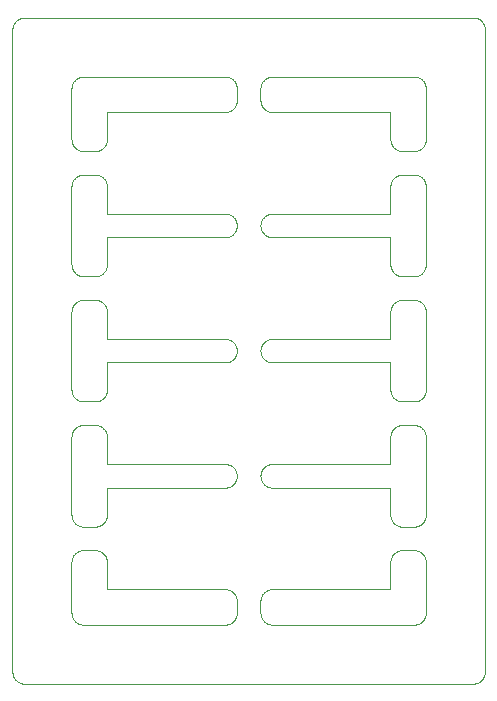
<source format=gm1>
G04 #@! TF.GenerationSoftware,KiCad,Pcbnew,8.0.8*
G04 #@! TF.CreationDate,2025-02-16T13:22:27-05:00*
G04 #@! TF.ProjectId,panel,70616e65-6c2e-46b6-9963-61645f706362,v0.1.0*
G04 #@! TF.SameCoordinates,Original*
G04 #@! TF.FileFunction,Profile,NP*
%FSLAX46Y46*%
G04 Gerber Fmt 4.6, Leading zero omitted, Abs format (unit mm)*
G04 Created by KiCad (PCBNEW 8.0.8) date 2025-02-16 13:22:27*
%MOMM*%
%LPD*%
G01*
G04 APERTURE LIST*
G04 #@! TA.AperFunction,Profile*
%ADD10C,0.100000*%
G04 #@! TD*
G04 APERTURE END LIST*
D10*
X7098919Y-45104810D02*
X7147583Y-45110812D01*
X7243737Y-23929939D02*
X7290994Y-23943016D01*
X39715331Y-301968D02*
X39706910Y-293123D01*
X32292600Y-42807399D02*
X32258790Y-42771887D01*
X18596103Y-18403404D02*
X18556014Y-18431637D01*
X18941602Y-50737552D02*
X18923955Y-50783300D01*
X18980804Y-5804104D02*
X18989187Y-5852416D01*
X34970060Y-24656262D02*
X34980804Y-24704104D01*
X18634758Y-5226762D02*
X18671887Y-5258790D01*
X5292600Y-42807399D02*
X5258790Y-42771887D01*
X43341Y-709826D02*
X40083Y-721596D01*
X18428127Y-16695914D02*
X18471925Y-16717960D01*
X21001203Y-17650018D02*
X21000000Y-17600987D01*
X34596103Y-11103404D02*
X34556014Y-11131637D01*
X5528074Y-11182039D02*
X5485411Y-11157870D01*
X18337552Y-48458397D02*
X18383300Y-48476044D01*
X39565407Y-175826D02*
X39555423Y-168794D01*
X21001203Y-38850018D02*
X21000000Y-38800987D01*
X34634758Y-34726762D02*
X34671887Y-34758790D01*
X34337552Y-11241602D02*
X34290994Y-11256983D01*
X18290994Y-5043016D02*
X18337552Y-5058397D01*
X5999012Y-45100000D02*
X7000987Y-45100000D01*
X7000987Y-13300000D02*
X7050018Y-13301203D01*
X34803404Y-32096103D02*
X34773237Y-32134758D01*
X32010812Y-21047583D02*
X32004810Y-20998919D01*
X5196595Y-10896103D02*
X5168362Y-10856014D01*
X7290994Y-43056983D02*
X7243737Y-43070060D01*
X21804104Y-16619195D02*
X21852416Y-16610812D01*
X32076044Y-24516699D02*
X32095914Y-24471872D01*
X32852416Y-43089187D02*
X32804104Y-43080804D01*
X18831637Y-7556014D02*
X18803404Y-7596103D01*
X21756262Y-37829939D02*
X21804104Y-37819195D01*
X32709005Y-34543016D02*
X32756262Y-34529939D01*
X21485411Y-5142129D02*
X21528074Y-5117960D01*
X301968Y-284668D02*
X293123Y-293089D01*
X32616699Y-13376044D02*
X32662447Y-13358397D01*
X7050018Y-23901203D02*
X7098919Y-23904810D01*
X7556014Y-45268362D02*
X7596103Y-45296595D01*
X18773237Y-48765241D02*
X18803404Y-48803896D01*
X21029939Y-17356262D02*
X21043016Y-17309005D01*
X34707399Y-34792600D02*
X34741209Y-34828112D01*
X889843Y-6616D02*
X817049Y-17413D01*
X21804104Y-48419195D02*
X21852416Y-48410812D01*
X32292600Y-13592600D02*
X32328112Y-13558790D01*
X32999012Y-13300000D02*
X34000987Y-13300000D01*
X5010812Y-42247583D02*
X5004810Y-42198919D01*
X5142129Y-50914588D02*
X5117960Y-50871925D01*
X5095914Y-21328127D02*
X5076044Y-21283300D01*
X34596103Y-24096595D02*
X34634758Y-24126762D01*
X5196595Y-45503896D02*
X5226762Y-45465241D01*
X32043016Y-35209005D02*
X32058397Y-35162447D01*
X21004810Y-50498919D02*
X21001203Y-50450018D01*
X5403896Y-11103404D02*
X5365241Y-11073237D01*
X18383300Y-5076044D02*
X18428127Y-5095914D01*
X34741209Y-42771887D02*
X34707399Y-42807399D01*
X39012257Y-56399397D02*
X39085759Y-56395786D01*
X32365241Y-13526762D02*
X32403896Y-13496595D01*
X32058397Y-45762447D02*
X32076044Y-45716699D01*
X32029939Y-10543737D02*
X32019195Y-10495895D01*
X18000987Y-29200000D02*
X8012272Y-29200000D01*
X21756262Y-7970060D02*
X21709005Y-7956983D01*
X34857870Y-21414588D02*
X34831637Y-21456014D01*
X7000987Y-32500000D02*
X5999012Y-32500000D01*
X5000000Y-35499012D02*
X5001203Y-35449981D01*
X5616699Y-13376044D02*
X5662447Y-13358397D01*
X4213Y-914240D02*
X602Y-987742D01*
X71994Y-55771151D02*
X76389Y-55782545D01*
X21662447Y-27258397D02*
X21709005Y-27243016D01*
X34773237Y-42734758D02*
X34741209Y-42771887D01*
X32443985Y-11131637D02*
X32403896Y-11103404D01*
X32443985Y-21731637D02*
X32403896Y-21703404D01*
X18707399Y-28907399D02*
X18671887Y-28941209D01*
X32168362Y-24343985D02*
X32196595Y-24303896D01*
X34671887Y-34758790D02*
X34707399Y-34792600D01*
X34741209Y-13628112D02*
X34773237Y-13665241D01*
X21571872Y-16695914D02*
X21616699Y-16676044D01*
X18980804Y-17795895D02*
X18970060Y-17843737D01*
X7383300Y-43023955D02*
X7337552Y-43041602D01*
X7989187Y-42247583D02*
X7980804Y-42295895D01*
X7707399Y-11007399D02*
X7671887Y-11041209D01*
X7995189Y-35401080D02*
X7998796Y-35449981D01*
X21258790Y-39471887D02*
X21226762Y-39434758D01*
X34882039Y-45628074D02*
X34904085Y-45671872D01*
X32095914Y-45671872D02*
X32117960Y-45628074D01*
X34098919Y-51395189D02*
X34050018Y-51398796D01*
X7970060Y-31743737D02*
X7956983Y-31790994D01*
X32328112Y-13558790D02*
X32365241Y-13526762D01*
X8000270Y-39801245D02*
X8000000Y-39812247D01*
X7882039Y-35028074D02*
X7904085Y-35071872D01*
X34904085Y-10728127D02*
X34882039Y-10771925D01*
X32756262Y-45129939D02*
X32804104Y-45119195D01*
X34923955Y-13916699D02*
X34941602Y-13962447D01*
X7741209Y-24228112D02*
X7773237Y-24265241D01*
X34956983Y-50690994D02*
X34941602Y-50737552D01*
X34098919Y-21895189D02*
X34050018Y-21898796D01*
X39952805Y-698160D02*
X39928014Y-628871D01*
X34803404Y-45503896D02*
X34831637Y-45543985D01*
X5142129Y-34985411D02*
X5168362Y-34943985D01*
X7147583Y-21889187D02*
X7098919Y-21895189D01*
X34000987Y-13300000D02*
X34050018Y-13301203D01*
X34195895Y-34519195D02*
X34243737Y-34529939D01*
X18195895Y-18580804D02*
X18147583Y-18589187D01*
X34514588Y-21757870D02*
X34471925Y-21782039D01*
X43355Y-55690220D02*
X47186Y-55701816D01*
X18980804Y-7195895D02*
X18970060Y-7243737D01*
X18956983Y-5709005D02*
X18970060Y-5756262D01*
X7773237Y-45465241D02*
X7803404Y-45503896D01*
X34514588Y-32357870D02*
X34471925Y-32382039D01*
X7243737Y-43070060D02*
X7195895Y-43080804D01*
X5709005Y-21856983D02*
X5662447Y-21841602D01*
X7980804Y-14104104D02*
X7989187Y-14152416D01*
X5365241Y-45326762D02*
X5403896Y-45296595D01*
X18671887Y-48658790D02*
X18707399Y-48692600D01*
X8000000Y-48387752D02*
X8000270Y-48398754D01*
X34923955Y-42483300D02*
X34904085Y-42528127D01*
X39928014Y-55771128D02*
X39952805Y-55701839D01*
X34195895Y-11280804D02*
X34147583Y-11289187D01*
X18923955Y-5616699D02*
X18941602Y-5662447D01*
X34998796Y-14249981D02*
X35000000Y-14299012D01*
X5029939Y-24656262D02*
X5043016Y-24609005D01*
X5076044Y-45716699D02*
X5095914Y-45671872D01*
X5010812Y-50547583D02*
X5004810Y-50498919D01*
X528723Y-118356D02*
X518098Y-124375D01*
X7989187Y-35352416D02*
X7995189Y-35401080D01*
X21528074Y-5117960D02*
X21571872Y-5095914D01*
X5004810Y-46001080D02*
X5010812Y-45952416D01*
X31999999Y-39812247D02*
X31999729Y-39801245D01*
X18857870Y-39314588D02*
X18831637Y-39356014D01*
X7147583Y-23910812D02*
X7195895Y-23919195D01*
X21756262Y-18570060D02*
X21709005Y-18556983D01*
X32117960Y-24428074D02*
X32142129Y-24385411D01*
X34000987Y-34500000D02*
X34050018Y-34501203D01*
X8001245Y-16599729D02*
X8012247Y-16599999D01*
X35000000Y-35499012D02*
X35000000Y-42100987D01*
X31987752Y-27199999D02*
X31998754Y-27199729D01*
X7596103Y-13496595D02*
X7634758Y-13526762D01*
X5528074Y-32382039D02*
X5485411Y-32357870D01*
X5852416Y-51389187D02*
X5804104Y-51380804D01*
X39780306Y-375444D02*
X39772792Y-365817D01*
X34998796Y-10350018D02*
X34995189Y-10398919D01*
X21485411Y-48542129D02*
X21528074Y-48517960D01*
X7941602Y-31837552D02*
X7923955Y-31883300D01*
X7337552Y-21841602D02*
X7290994Y-21856983D01*
X19505Y-804992D02*
X17417Y-817025D01*
X32528074Y-11182039D02*
X32485411Y-11157870D01*
X34050018Y-11298796D02*
X34000987Y-11300000D01*
X32616699Y-21823955D02*
X32571872Y-21804085D01*
X18243737Y-29170060D02*
X18195895Y-29180804D01*
X7980804Y-42295895D02*
X7970060Y-42343737D01*
X21029939Y-5756262D02*
X21043016Y-5709005D01*
X21999012Y-51400000D02*
X21949981Y-51398796D01*
X7956983Y-21190994D02*
X7941602Y-21237552D01*
X21117960Y-39271925D02*
X21095914Y-39228127D01*
X32949981Y-23901203D02*
X32999012Y-23900000D01*
X34857870Y-13785411D02*
X34882039Y-13828074D01*
X32756262Y-23929939D02*
X32804104Y-23919195D01*
X21365241Y-48626762D02*
X21403896Y-48596595D01*
X7337552Y-43041602D02*
X7290994Y-43056983D01*
X18337552Y-18541602D02*
X18290994Y-18556983D01*
X21043016Y-17309005D02*
X21058397Y-17262447D01*
X21852416Y-51389187D02*
X21804104Y-51380804D01*
X34980804Y-10495895D02*
X34970060Y-10543737D01*
X32258790Y-32171887D02*
X32226762Y-32134758D01*
X21058397Y-27862447D02*
X21076044Y-27816699D01*
X5019195Y-14104104D02*
X5029939Y-14056262D01*
X39634182Y-227207D02*
X39624555Y-219693D01*
X32226762Y-45465241D02*
X32258790Y-45428112D01*
X32365241Y-21673237D02*
X32328112Y-21641209D01*
X34290994Y-21856983D02*
X34243737Y-21870060D01*
X21571872Y-27295914D02*
X21616699Y-27276044D01*
X18471925Y-18482039D02*
X18428127Y-18504085D01*
X39471276Y-56281643D02*
X39481901Y-56275624D01*
X5443985Y-13468362D02*
X5485411Y-13442129D01*
X21004810Y-28101080D02*
X21010812Y-28052416D01*
X39980484Y-804944D02*
X39977808Y-793028D01*
X7941602Y-10637552D02*
X7923955Y-10683300D01*
X7923955Y-13916699D02*
X7941602Y-13962447D01*
X32999012Y-23900000D02*
X34000987Y-23900000D01*
X39698031Y-56115331D02*
X39706876Y-56106910D01*
X21168362Y-17043985D02*
X21196595Y-17003896D01*
X21000000Y-38800987D02*
X21000000Y-38799012D01*
X7857870Y-13785411D02*
X7882039Y-13828074D01*
X34383300Y-23976044D02*
X34428127Y-23995914D01*
X18195895Y-48419195D02*
X18243737Y-48429939D01*
X227238Y-56034220D02*
X235214Y-56043468D01*
X39993387Y-55510132D02*
X39994882Y-55498012D01*
X7147583Y-32489187D02*
X7098919Y-32495189D01*
X34941602Y-35162447D02*
X34956983Y-35209005D01*
X21029939Y-39043737D02*
X21019195Y-38995895D01*
X7243737Y-21870060D02*
X7195895Y-21880804D01*
X5010812Y-24752416D02*
X5019195Y-24704104D01*
X18741209Y-18271887D02*
X18707399Y-18307399D01*
X34243737Y-23929939D02*
X34290994Y-23943016D01*
X34596103Y-51203404D02*
X34556014Y-51231637D01*
X18941602Y-17937552D02*
X18923955Y-17983300D01*
X34904085Y-42528127D02*
X34882039Y-42571925D01*
X21709005Y-27243016D02*
X21756262Y-27229939D01*
X34514588Y-24042129D02*
X34556014Y-24068362D01*
X21168362Y-18156014D02*
X21142129Y-18114588D01*
X34831637Y-24343985D02*
X34857870Y-24385411D01*
X18956983Y-27909005D02*
X18970060Y-27956262D01*
X21226762Y-39434758D02*
X21196595Y-39396103D01*
X628871Y-56328014D02*
X698160Y-56352805D01*
X5328112Y-32241209D02*
X5292600Y-32207399D01*
X5804104Y-51380804D02*
X5756262Y-51370060D01*
X21258790Y-38128112D02*
X21292600Y-38092600D01*
X5403896Y-45296595D02*
X5443985Y-45268362D01*
X5662447Y-5058397D02*
X5709005Y-5043016D01*
X32117960Y-10771925D02*
X32095914Y-10728127D01*
X34741209Y-5328112D02*
X34773237Y-5365241D01*
X7290994Y-13343016D02*
X7337552Y-13358397D01*
X34000987Y-51400000D02*
X21999012Y-51400000D01*
X7882039Y-13828074D02*
X7904085Y-13871872D01*
X18243737Y-51370060D02*
X18195895Y-51380804D01*
X21804104Y-29180804D02*
X21756262Y-29170060D01*
X5328112Y-34758790D02*
X5365241Y-34726762D01*
X5328112Y-21641209D02*
X5292600Y-21607399D01*
X39706876Y-293089D02*
X39698031Y-284668D01*
X18773237Y-27565241D02*
X18803404Y-27603896D01*
X39555382Y-168767D02*
X39545064Y-162233D01*
X5076044Y-35116699D02*
X5095914Y-35071872D01*
X7671887Y-32241209D02*
X7634758Y-32273237D01*
X18243737Y-39770060D02*
X18195895Y-39780804D01*
X21117960Y-38328074D02*
X21142129Y-38285411D01*
X21804104Y-51380804D02*
X21756262Y-51370060D01*
X5001203Y-14249981D02*
X5004810Y-14201080D01*
X7707399Y-45392600D02*
X7741209Y-45428112D01*
X32804104Y-34519195D02*
X32852416Y-34510812D01*
X21443985Y-16768362D02*
X21485411Y-16742129D01*
X5142129Y-42614588D02*
X5117960Y-42571925D01*
X235231Y-56043486D02*
X284651Y-56098013D01*
X901987Y-5117D02*
X889867Y-6612D01*
X8000000Y-31500987D02*
X7998796Y-31550018D01*
X5901080Y-5004810D02*
X5949981Y-5001203D01*
X5949981Y-43098796D02*
X5901080Y-43095189D01*
X18904085Y-48971872D02*
X18923955Y-49016699D01*
X32616699Y-11223955D02*
X32571872Y-11204085D01*
X7998796Y-42150018D02*
X7995189Y-42198919D01*
X21571872Y-39704085D02*
X21528074Y-39682039D01*
X21258790Y-28871887D02*
X21226762Y-28834758D01*
X32076044Y-21283300D02*
X32058397Y-21237552D01*
X18995189Y-7098919D02*
X18989187Y-7147583D01*
X18098919Y-29195189D02*
X18050018Y-29198796D01*
X31999729Y-48398754D02*
X31999999Y-48387752D01*
X7383300Y-23976044D02*
X7428127Y-23995914D01*
X18596103Y-37996595D02*
X18634758Y-38026762D01*
X34195895Y-51380804D02*
X34147583Y-51389187D01*
X21076044Y-49016699D02*
X21095914Y-48971872D01*
X21403896Y-48596595D02*
X21443985Y-48568362D01*
X5571872Y-23995914D02*
X5616699Y-23976044D01*
X7904085Y-13871872D02*
X7923955Y-13916699D01*
X34383300Y-34576044D02*
X34428127Y-34595914D01*
X21058397Y-49062447D02*
X21076044Y-49016699D01*
X8000270Y-18601245D02*
X8000000Y-18612247D01*
X5226762Y-24265241D02*
X5258790Y-24228112D01*
X5365241Y-11073237D02*
X5328112Y-11041209D01*
X5000000Y-42100987D02*
X5000000Y-35499012D01*
X32117960Y-45628074D02*
X32142129Y-45585411D01*
X32117960Y-13828074D02*
X32142129Y-13785411D01*
X21226762Y-48765241D02*
X21258790Y-48728112D01*
X71985Y-628871D02*
X47194Y-698160D01*
X21852416Y-37810812D02*
X21901080Y-37804810D01*
X18195895Y-51380804D02*
X18147583Y-51389187D01*
X34098919Y-13304810D02*
X34147583Y-13310812D01*
X32709005Y-23943016D02*
X32756262Y-23929939D01*
X34882039Y-35028074D02*
X34904085Y-35071872D01*
X5328112Y-42841209D02*
X5292600Y-42807399D01*
X5004810Y-5901080D02*
X5010812Y-5852416D01*
X18995189Y-17698919D02*
X18989187Y-17747583D01*
X32804104Y-23919195D02*
X32852416Y-23910812D01*
X5485411Y-45242129D02*
X5528074Y-45217960D01*
X5196595Y-34903896D02*
X5226762Y-34865241D01*
X293089Y-293123D02*
X284668Y-301968D01*
X5403896Y-42903404D02*
X5365241Y-42873237D01*
X34857870Y-24385411D02*
X34882039Y-24428074D01*
X19000000Y-49399012D02*
X19000000Y-50400987D01*
X21142129Y-48885411D02*
X21168362Y-48843985D01*
X5168362Y-32056014D02*
X5142129Y-32014588D01*
X7098919Y-21895189D02*
X7050018Y-21898796D01*
X8012247Y-29200000D02*
X8001245Y-29200270D01*
X32019195Y-42295895D02*
X32010812Y-42247583D01*
X18671887Y-51141209D02*
X18634758Y-51173237D01*
X35000000Y-10300987D02*
X34998796Y-10350018D01*
X39085783Y-56395785D02*
X39097963Y-56394887D01*
X18428127Y-7904085D02*
X18383300Y-7923955D01*
X6612Y-889867D02*
X5117Y-901987D01*
X18471925Y-27317960D02*
X18514588Y-27342129D01*
X31998754Y-18600270D02*
X31987752Y-18600000D01*
X5043016Y-21190994D02*
X5029939Y-21143737D01*
X21365241Y-5226762D02*
X21403896Y-5196595D01*
X32004810Y-10398919D02*
X32001203Y-10350018D01*
X21001203Y-38749981D02*
X21004810Y-38701080D01*
X5528074Y-34617960D02*
X5571872Y-34595914D01*
X21901080Y-7995189D02*
X21852416Y-7989187D01*
X21095914Y-39228127D02*
X21076044Y-39183300D01*
X32662447Y-32441602D02*
X32616699Y-32423955D01*
X34428127Y-11204085D02*
X34383300Y-11223955D01*
X34923955Y-10683300D02*
X34904085Y-10728127D01*
X18882039Y-48928074D02*
X18904085Y-48971872D01*
X18428127Y-29104085D02*
X18383300Y-29123955D01*
X7337552Y-32441602D02*
X7290994Y-32456983D01*
X32117960Y-35028074D02*
X32142129Y-34985411D01*
X7243737Y-13329939D02*
X7290994Y-13343016D01*
X21443985Y-39631637D02*
X21403896Y-39603404D01*
X804944Y-19515D02*
X793028Y-22191D01*
X34980804Y-50595895D02*
X34970060Y-50643737D01*
X7956983Y-42390994D02*
X7941602Y-42437552D01*
X32485411Y-24042129D02*
X32528074Y-24017960D01*
X18428127Y-51304085D02*
X18383300Y-51323955D01*
X32258790Y-34828112D02*
X32292600Y-34792600D01*
X444617Y-56231232D02*
X454935Y-56237766D01*
X34147583Y-5010812D02*
X34195895Y-5019195D01*
X7634758Y-13526762D02*
X7671887Y-13558790D01*
X32004810Y-42198919D02*
X32001203Y-42150018D01*
X21076044Y-27816699D02*
X21095914Y-27771872D01*
X18634758Y-16826762D02*
X18671887Y-16858790D01*
X34970060Y-21143737D02*
X34956983Y-21190994D01*
X34000987Y-5000000D02*
X34050018Y-5001203D01*
X21010812Y-38947583D02*
X21004810Y-38898919D01*
X39837766Y-454935D02*
X39831232Y-444617D01*
X34471925Y-42982039D02*
X34428127Y-43004085D01*
X18707399Y-5292600D02*
X18741209Y-5328112D01*
X18941602Y-5662447D02*
X18956983Y-5709005D01*
X18671887Y-38058790D02*
X18707399Y-38092600D01*
X5058397Y-10637552D02*
X5043016Y-10590994D01*
X284651Y-301986D02*
X235231Y-356513D01*
X21058397Y-17937552D02*
X21043016Y-17890994D01*
X32328112Y-42841209D02*
X32292600Y-42807399D01*
X5095914Y-13871872D02*
X5117960Y-13828074D01*
X18671887Y-16858790D02*
X18707399Y-16892600D01*
X32226762Y-24265241D02*
X32258790Y-24228112D01*
X21756262Y-16629939D02*
X21804104Y-16619195D01*
X21196595Y-17003896D02*
X21226762Y-16965241D01*
X21709005Y-29156983D02*
X21662447Y-29141602D01*
X5142129Y-32014588D02*
X5117960Y-31971925D01*
X34989187Y-42247583D02*
X34980804Y-42295895D01*
X18098919Y-39795189D02*
X18050018Y-39798796D01*
X5095914Y-5571872D02*
X5117960Y-5528074D01*
X5328112Y-11041209D02*
X5292600Y-11007399D01*
X32328112Y-11041209D02*
X32292600Y-11007399D01*
X7556014Y-13468362D02*
X7596103Y-13496595D01*
X5058397Y-42437552D02*
X5043016Y-42390994D01*
X7000987Y-23900000D02*
X7050018Y-23901203D01*
X34098919Y-32495189D02*
X34050018Y-32498796D01*
X5196595Y-24303896D02*
X5226762Y-24265241D01*
X5258790Y-10971887D02*
X5226762Y-10934758D01*
X34195895Y-43080804D02*
X34147583Y-43089187D01*
X18707399Y-38092600D02*
X18741209Y-38128112D01*
X34773237Y-45465241D02*
X34803404Y-45503896D01*
X5000000Y-20900987D02*
X5000000Y-14299012D01*
X32258790Y-13628112D02*
X32292600Y-13592600D01*
X21117960Y-28671925D02*
X21095914Y-28628127D01*
X5058397Y-50737552D02*
X5043016Y-50690994D01*
X5226762Y-10934758D02*
X5196595Y-10896103D01*
X5029939Y-5756262D02*
X5043016Y-5709005D01*
X31987752Y-16599999D02*
X31998754Y-16599729D01*
X34243737Y-34529939D02*
X34290994Y-34543016D01*
X5999012Y-5000000D02*
X18000987Y-5000000D01*
X21949981Y-5001203D02*
X21999012Y-5000000D01*
X21365241Y-51173237D02*
X21328112Y-51141209D01*
X18773237Y-18234758D02*
X18741209Y-18271887D01*
X32999012Y-21900000D02*
X32949981Y-21898796D01*
X18803404Y-50996103D02*
X18773237Y-51034758D01*
X32043016Y-31790994D02*
X32029939Y-31743737D01*
X5365241Y-32273237D02*
X5328112Y-32241209D01*
X21328112Y-38058790D02*
X21365241Y-38026762D01*
X21365241Y-39573237D02*
X21328112Y-39541209D01*
X21000000Y-28200987D02*
X21000000Y-28199012D01*
X18514588Y-5142129D02*
X18556014Y-5168362D01*
X32756262Y-11270060D02*
X32709005Y-11256983D01*
X709779Y-43355D02*
X698183Y-47186D01*
X5709005Y-5043016D02*
X5756262Y-5029939D01*
X32029939Y-14056262D02*
X32043016Y-14009005D01*
X5328112Y-5258790D02*
X5365241Y-5226762D01*
X34803404Y-34903896D02*
X34831637Y-34943985D01*
X7995189Y-10398919D02*
X7989187Y-10447583D01*
X7923955Y-31883300D02*
X7904085Y-31928127D01*
X32852416Y-34510812D02*
X32901080Y-34504810D01*
X18428127Y-5095914D02*
X18471925Y-5117960D01*
X32485411Y-11157870D02*
X32443985Y-11131637D01*
X32258790Y-42771887D02*
X32226762Y-42734758D01*
X5019195Y-50595895D02*
X5010812Y-50547583D01*
X7923955Y-42483300D02*
X7904085Y-42528127D01*
X18989187Y-7147583D02*
X18980804Y-7195895D01*
X7471925Y-11182039D02*
X7428127Y-11204085D01*
X34243737Y-45129939D02*
X34290994Y-45143016D01*
X18741209Y-51071887D02*
X18707399Y-51107399D01*
X5365241Y-24126762D02*
X5403896Y-24096595D01*
X21029939Y-50643737D02*
X21019195Y-50595895D01*
X34290994Y-5043016D02*
X34337552Y-5058397D01*
X5258790Y-13628112D02*
X5292600Y-13592600D01*
X34989187Y-14152416D02*
X34995189Y-14201080D01*
X21616699Y-48476044D02*
X21662447Y-48458397D01*
X7941602Y-35162447D02*
X7956983Y-35209005D01*
X32000000Y-14299012D02*
X32001203Y-14249981D01*
X35000000Y-46099012D02*
X35000000Y-50400987D01*
X34556014Y-13468362D02*
X34596103Y-13496595D01*
X21076044Y-5616699D02*
X21095914Y-5571872D01*
X32001203Y-20950018D02*
X32000000Y-20900987D01*
X32095914Y-24471872D02*
X32117960Y-24428074D01*
X34634758Y-24126762D02*
X34671887Y-24158790D01*
X7050018Y-13301203D02*
X7098919Y-13304810D01*
X18882039Y-50871925D02*
X18857870Y-50914588D01*
X21000000Y-28199012D02*
X21001203Y-28149981D01*
X21571872Y-51304085D02*
X21528074Y-51282039D01*
X39918642Y-55793755D02*
X39923591Y-55782590D01*
X7556014Y-11131637D02*
X7514588Y-11157870D01*
X32328112Y-32241209D02*
X32292600Y-32207399D01*
X32004810Y-24801080D02*
X32010812Y-24752416D01*
X5226762Y-51034758D02*
X5196595Y-50996103D01*
X5709005Y-11256983D02*
X5662447Y-11241602D01*
X34243737Y-43070060D02*
X34195895Y-43080804D01*
X21709005Y-5043016D02*
X21756262Y-5029939D01*
X5571872Y-51304085D02*
X5528074Y-51282039D01*
X5117960Y-13828074D02*
X5142129Y-13785411D01*
X18989187Y-17747583D02*
X18980804Y-17795895D01*
X21528074Y-39682039D02*
X21485411Y-39657870D01*
X32528074Y-13417960D02*
X32571872Y-13395914D01*
X21616699Y-16676044D02*
X21662447Y-16658397D01*
X32000000Y-35499012D02*
X32001203Y-35449981D01*
X21029939Y-28443737D02*
X21019195Y-28395895D01*
X7995189Y-20998919D02*
X7989187Y-21047583D01*
X34995189Y-10398919D02*
X34989187Y-10447583D01*
X39393755Y-81357D02*
X39382590Y-76408D01*
X8000000Y-8012272D02*
X8000000Y-10300987D01*
X21058397Y-38462447D02*
X21076044Y-38416699D01*
X21571872Y-37895914D02*
X21616699Y-37876044D01*
X32443985Y-42931637D02*
X32403896Y-42903404D01*
X18882039Y-7471925D02*
X18857870Y-7514588D01*
X7596103Y-11103404D02*
X7556014Y-11131637D01*
X8000000Y-24899012D02*
X8000000Y-27187727D01*
X32662447Y-43041602D02*
X32616699Y-43023955D01*
X32000000Y-42100987D02*
X32000000Y-39812272D01*
X5949981Y-51398796D02*
X5901080Y-51395189D01*
X18831637Y-18156014D02*
X18803404Y-18196103D01*
X32328112Y-21641209D02*
X32292600Y-21607399D01*
X32485411Y-13442129D02*
X32528074Y-13417960D01*
X34803404Y-42696103D02*
X34773237Y-42734758D01*
X18195895Y-7980804D02*
X18147583Y-7989187D01*
X7956983Y-31790994D02*
X7941602Y-31837552D01*
X18383300Y-39723955D02*
X18337552Y-39741602D01*
X5117960Y-45628074D02*
X5142129Y-45585411D01*
X5226762Y-34865241D02*
X5258790Y-34828112D01*
X39918632Y-606222D02*
X39887168Y-539697D01*
X21443985Y-29031637D02*
X21403896Y-29003404D01*
X18995189Y-28101080D02*
X18998796Y-28149981D01*
X34970060Y-35256262D02*
X34980804Y-35304104D01*
X7514588Y-34642129D02*
X7556014Y-34668362D01*
X32058397Y-42437552D02*
X32043016Y-42390994D01*
X5756262Y-51370060D02*
X5709005Y-51356983D01*
X18773237Y-38165241D02*
X18803404Y-38203896D01*
X18989187Y-28052416D02*
X18995189Y-28101080D01*
X7923955Y-35116699D02*
X7941602Y-35162447D01*
X21076044Y-50783300D02*
X21058397Y-50737552D01*
X18556014Y-48568362D02*
X18596103Y-48596595D01*
X32403896Y-21703404D02*
X32365241Y-21673237D01*
X7980804Y-24704104D02*
X7989187Y-24752416D01*
X34195895Y-45119195D02*
X34243737Y-45129939D01*
X5901080Y-32495189D02*
X5852416Y-32489187D01*
X18428127Y-48495914D02*
X18471925Y-48517960D01*
X21226762Y-18234758D02*
X21196595Y-18196103D01*
X8000000Y-14299012D02*
X8000000Y-16587727D01*
X5528074Y-5117960D02*
X5571872Y-5095914D01*
X32095914Y-31928127D02*
X32076044Y-31883300D01*
X32001203Y-14249981D02*
X32004810Y-14201080D01*
X5043016Y-10590994D02*
X5029939Y-10543737D01*
X18147583Y-48410812D02*
X18195895Y-48419195D01*
X5001203Y-35449981D02*
X5004810Y-35401080D01*
X32058397Y-31837552D02*
X32043016Y-31790994D01*
X34980804Y-14104104D02*
X34989187Y-14152416D01*
X7707399Y-21607399D02*
X7671887Y-21641209D01*
X34803404Y-21496103D02*
X34773237Y-21534758D01*
X124388Y-55881923D02*
X162221Y-55945043D01*
X21949981Y-48401203D02*
X21999012Y-48400000D01*
X21709005Y-7956983D02*
X21662447Y-7941602D01*
X7956983Y-24609005D02*
X7970060Y-24656262D01*
X5804104Y-11280804D02*
X5756262Y-11270060D01*
X21403896Y-18403404D02*
X21365241Y-18373237D01*
X18428127Y-27295914D02*
X18471925Y-27317960D01*
X34831637Y-34943985D02*
X34857870Y-34985411D01*
X5004810Y-14201080D02*
X5010812Y-14152416D01*
X5485411Y-42957870D02*
X5443985Y-42931637D01*
X18471925Y-39682039D02*
X18428127Y-39704085D01*
X32403896Y-42903404D02*
X32365241Y-42873237D01*
X34741209Y-24228112D02*
X34773237Y-24265241D01*
X34707399Y-42807399D02*
X34671887Y-42841209D01*
X5058397Y-45762447D02*
X5076044Y-45716699D01*
X5000000Y-46099012D02*
X5001203Y-46049981D01*
X18970060Y-17843737D02*
X18956983Y-17890994D01*
X18941602Y-28537552D02*
X18923955Y-28583300D01*
X18707399Y-18307399D02*
X18671887Y-18341209D01*
X34941602Y-31837552D02*
X34923955Y-31883300D01*
X5095914Y-50828127D02*
X5076044Y-50783300D01*
X7941602Y-13962447D02*
X7956983Y-14009005D01*
X21616699Y-27276044D02*
X21662447Y-27258397D01*
X34882039Y-5528074D02*
X34904085Y-5571872D01*
X7941602Y-45762447D02*
X7956983Y-45809005D01*
X18556014Y-29031637D02*
X18514588Y-29057870D01*
X18671887Y-5258790D02*
X18707399Y-5292600D01*
X5328112Y-24158790D02*
X5365241Y-24126762D01*
X34904085Y-24471872D02*
X34923955Y-24516699D01*
X7147583Y-45110812D02*
X7195895Y-45119195D01*
X34634758Y-11073237D02*
X34596103Y-11103404D01*
X7998796Y-20950018D02*
X7995189Y-20998919D01*
X32000000Y-24899012D02*
X32001203Y-24849981D01*
X7741209Y-10971887D02*
X7707399Y-11007399D01*
X32142129Y-10814588D02*
X32117960Y-10771925D01*
X21019195Y-38604104D02*
X21029939Y-38556262D01*
X32616699Y-23976044D02*
X32662447Y-23958397D01*
X18773237Y-39434758D02*
X18741209Y-39471887D01*
X7831637Y-13743985D02*
X7857870Y-13785411D01*
X5571872Y-13395914D02*
X5616699Y-13376044D01*
X34831637Y-50956014D02*
X34803404Y-50996103D01*
X5443985Y-45268362D02*
X5485411Y-45242129D01*
X34556014Y-11131637D02*
X34514588Y-11157870D01*
X21616699Y-5076044D02*
X21662447Y-5058397D01*
X21196595Y-39396103D02*
X21168362Y-39356014D01*
X35000000Y-20900987D02*
X34998796Y-20950018D01*
X31987727Y-18600000D02*
X21999012Y-18600000D01*
X34471925Y-13417960D02*
X34514588Y-13442129D01*
X34989187Y-21047583D02*
X34980804Y-21095895D01*
X76408Y-55782590D02*
X81357Y-55793755D01*
X356531Y-56164785D02*
X365779Y-56172761D01*
X8012247Y-39800000D02*
X8001245Y-39800270D01*
X18050018Y-51398796D02*
X18000987Y-51400000D01*
X34383300Y-21823955D02*
X34337552Y-21841602D01*
X34471925Y-45217960D02*
X34514588Y-45242129D01*
X18998796Y-49349981D02*
X19000000Y-49399012D01*
X18956983Y-50690994D02*
X18941602Y-50737552D01*
X34882039Y-13828074D02*
X34904085Y-13871872D01*
X5662447Y-21841602D02*
X5616699Y-21823955D01*
X32804104Y-11280804D02*
X32756262Y-11270060D01*
X5485411Y-13442129D02*
X5528074Y-13417960D01*
X118356Y-55871276D02*
X124375Y-55881901D01*
X18923955Y-38416699D02*
X18941602Y-38462447D01*
X5709005Y-32456983D02*
X5662447Y-32441602D01*
X32004810Y-46001080D02*
X32010812Y-45952416D01*
X18471925Y-16717960D02*
X18514588Y-16742129D01*
X34147583Y-13310812D02*
X34195895Y-13319195D01*
X39824173Y-55965407D02*
X39831205Y-55955423D01*
X7514588Y-45242129D02*
X7556014Y-45268362D01*
X21443985Y-18431637D02*
X21403896Y-18403404D01*
X32019195Y-31695895D02*
X32010812Y-31647583D01*
X606244Y-56318642D02*
X617409Y-56323591D01*
X21616699Y-29123955D02*
X21571872Y-29104085D01*
X32010812Y-45952416D02*
X32019195Y-45904104D01*
X21292600Y-16892600D02*
X21328112Y-16858790D01*
X34707399Y-21607399D02*
X34671887Y-21641209D01*
X7980804Y-10495895D02*
X7970060Y-10543737D01*
X7634758Y-42873237D02*
X7596103Y-42903404D01*
X21117960Y-48928074D02*
X21142129Y-48885411D01*
X18970060Y-28443737D02*
X18956983Y-28490994D01*
X34428127Y-51304085D02*
X34383300Y-51323955D01*
X21949981Y-27201203D02*
X21999012Y-27200000D01*
X528767Y-56281666D02*
X539675Y-56287157D01*
X32804104Y-45119195D02*
X32852416Y-45110812D01*
X5226762Y-42734758D02*
X5196595Y-42696103D01*
X34050018Y-23901203D02*
X34098919Y-23904810D01*
X32019195Y-35304104D02*
X32029939Y-35256262D01*
X21571872Y-29104085D02*
X21528074Y-29082039D01*
X18803404Y-7596103D02*
X18773237Y-7634758D01*
X32709005Y-45143016D02*
X32756262Y-45129939D01*
X32662447Y-23958397D02*
X32709005Y-23943016D01*
X5403896Y-13496595D02*
X5443985Y-13468362D01*
X5662447Y-45158397D02*
X5709005Y-45143016D01*
X18998796Y-38749981D02*
X19000000Y-38799012D01*
X5571872Y-32404085D02*
X5528074Y-32382039D01*
X5328112Y-13558790D02*
X5365241Y-13526762D01*
X18290994Y-27243016D02*
X18337552Y-27258397D01*
X18147583Y-5010812D02*
X18195895Y-5019195D01*
X34995189Y-20998919D02*
X34989187Y-21047583D01*
X39887157Y-539675D02*
X39881666Y-528767D01*
X18956983Y-38509005D02*
X18970060Y-38556262D01*
X21662447Y-51341602D02*
X21616699Y-51323955D01*
X21004810Y-5901080D02*
X21010812Y-5852416D01*
X34337552Y-32441602D02*
X34290994Y-32456983D01*
X7989187Y-10447583D02*
X7980804Y-10495895D01*
X21142129Y-18114588D02*
X21117960Y-18071925D01*
X21804104Y-27219195D02*
X21852416Y-27210812D01*
X18383300Y-7923955D02*
X18337552Y-7941602D01*
X32196595Y-21496103D02*
X32168362Y-21456014D01*
X5756262Y-43070060D02*
X5709005Y-43056983D01*
X34671887Y-13558790D02*
X34707399Y-13592600D01*
X34428127Y-43004085D02*
X34383300Y-43023955D01*
X22196Y-55606994D02*
X40077Y-55678380D01*
X7803404Y-32096103D02*
X7773237Y-32134758D01*
X454956Y-56237778D02*
X518076Y-56275611D01*
X39875611Y-518076D02*
X39837778Y-454956D01*
X5117Y-55498012D02*
X6612Y-55510132D01*
X18098919Y-7995189D02*
X18050018Y-7998796D01*
X21528074Y-48517960D02*
X21571872Y-48495914D01*
X219693Y-56024555D02*
X227207Y-56034182D01*
X34989187Y-50547583D02*
X34980804Y-50595895D01*
X34773237Y-10934758D02*
X34741209Y-10971887D01*
X434572Y-175841D02*
X375464Y-219678D01*
X39923591Y-617409D02*
X39918642Y-606244D01*
X5901080Y-51395189D02*
X5852416Y-51389187D01*
X34337552Y-43041602D02*
X34290994Y-43056983D01*
X18989187Y-50547583D02*
X18980804Y-50595895D01*
X32443985Y-24068362D02*
X32485411Y-24042129D01*
X18941602Y-27862447D02*
X18956983Y-27909005D01*
X32117960Y-42571925D02*
X32095914Y-42528127D01*
X21852416Y-16610812D02*
X21901080Y-16604810D01*
X5485411Y-11157870D02*
X5443985Y-11131637D01*
X21852416Y-48410812D02*
X21901080Y-48404810D01*
X21949981Y-18598796D02*
X21901080Y-18595189D01*
X7803404Y-42696103D02*
X7773237Y-42734758D01*
X18970060Y-49156262D02*
X18980804Y-49204104D01*
X18195895Y-29180804D02*
X18147583Y-29189187D01*
X39959922Y-55678380D02*
X39977803Y-55606994D01*
X34337552Y-13358397D02*
X34383300Y-13376044D01*
X7923955Y-24516699D02*
X7941602Y-24562447D01*
X5662447Y-13358397D02*
X5709005Y-13343016D01*
X34634758Y-21673237D02*
X34596103Y-21703404D01*
X5043016Y-45809005D02*
X5058397Y-45762447D01*
X21852416Y-5010812D02*
X21901080Y-5004810D01*
X8000270Y-8001245D02*
X8000000Y-8012247D01*
X8000000Y-10300987D02*
X7998796Y-10350018D01*
X21403896Y-37996595D02*
X21443985Y-37968362D01*
X5001203Y-10350018D02*
X5000000Y-10300987D01*
X5029939Y-10543737D02*
X5019195Y-10495895D01*
X18514588Y-7857870D02*
X18471925Y-7882039D01*
X32571872Y-34595914D02*
X32616699Y-34576044D01*
X32365241Y-11073237D02*
X32328112Y-11041209D01*
X18147583Y-7989187D02*
X18098919Y-7995189D01*
X5004810Y-10398919D02*
X5001203Y-10350018D01*
X7831637Y-32056014D02*
X7803404Y-32096103D01*
X5010812Y-10447583D02*
X5004810Y-10398919D01*
X39278380Y-40077D02*
X39206994Y-22196D01*
X5029939Y-35256262D02*
X5043016Y-35209005D01*
X7803404Y-34903896D02*
X7831637Y-34943985D01*
X18337552Y-27258397D02*
X18383300Y-27276044D01*
X18857870Y-7514588D02*
X18831637Y-7556014D01*
X21852416Y-39789187D02*
X21804104Y-39780804D01*
X21001203Y-49349981D02*
X21004810Y-49301080D01*
X32999012Y-32500000D02*
X32949981Y-32498796D01*
X5058397Y-24562447D02*
X5076044Y-24516699D01*
X5403896Y-32303404D02*
X5365241Y-32273237D01*
X7882039Y-10771925D02*
X7857870Y-10814588D01*
X34882039Y-21371925D02*
X34857870Y-21414588D01*
X7904085Y-35071872D02*
X7923955Y-35116699D01*
X32004810Y-20998919D02*
X32001203Y-20950018D01*
X21142129Y-27685411D02*
X21168362Y-27643985D01*
X32443985Y-32331637D02*
X32403896Y-32303404D01*
X39999397Y-987742D02*
X39995786Y-914240D01*
X5142129Y-10814588D02*
X5117960Y-10771925D01*
X34995189Y-5901080D02*
X34998796Y-5949981D01*
X5616699Y-21823955D02*
X5571872Y-21804085D01*
X7596103Y-34696595D02*
X7634758Y-34726762D01*
X32443985Y-13468362D02*
X32485411Y-13442129D01*
X539675Y-112842D02*
X528767Y-118333D01*
X21000000Y-17599012D02*
X21001203Y-17549981D01*
X34941602Y-5662447D02*
X34956983Y-5709005D01*
X5949981Y-34501203D02*
X5999012Y-34500000D01*
X21168362Y-50956014D02*
X21142129Y-50914588D01*
X21168362Y-38243985D02*
X21196595Y-38203896D01*
X21662447Y-37858397D02*
X21709005Y-37843016D01*
X31999999Y-18612247D02*
X31999729Y-18601245D01*
X32001203Y-35449981D02*
X32004810Y-35401080D01*
X34707399Y-5292600D02*
X34741209Y-5328112D01*
X32117960Y-31971925D02*
X32095914Y-31928127D01*
X34970060Y-10543737D02*
X34956983Y-10590994D01*
X39999398Y-55412233D02*
X39999999Y-55387752D01*
X32616699Y-34576044D02*
X32662447Y-34558397D01*
X5196595Y-13703896D02*
X5226762Y-13665241D01*
X168794Y-55955423D02*
X175826Y-55965407D01*
X21043016Y-28490994D02*
X21029939Y-28443737D01*
X32142129Y-32014588D02*
X32117960Y-31971925D01*
X32365241Y-24126762D02*
X32403896Y-24096595D01*
X21616699Y-37876044D02*
X21662447Y-37858397D01*
X34941602Y-13962447D02*
X34956983Y-14009005D01*
X34243737Y-11270060D02*
X34195895Y-11280804D01*
X21196595Y-50996103D02*
X21168362Y-50956014D01*
X5292600Y-34792600D02*
X5328112Y-34758790D01*
X19000000Y-17599012D02*
X19000000Y-17600987D01*
X5010812Y-14152416D02*
X5019195Y-14104104D01*
X5019195Y-5804104D02*
X5029939Y-5756262D01*
X18556014Y-7831637D02*
X18514588Y-7857870D01*
X34941602Y-50737552D02*
X34923955Y-50783300D01*
X7098919Y-32495189D02*
X7050018Y-32498796D01*
X34831637Y-5443985D02*
X34857870Y-5485411D01*
X284668Y-56098031D02*
X293089Y-56106876D01*
X32949981Y-32498796D02*
X32901080Y-32495189D01*
X5001203Y-5949981D02*
X5004810Y-5901080D01*
X5662447Y-51341602D02*
X5616699Y-51323955D01*
X39471232Y-118333D02*
X39460324Y-112842D01*
X34556014Y-45268362D02*
X34596103Y-45296595D01*
X5058397Y-5662447D02*
X5076044Y-5616699D01*
X5001203Y-46049981D02*
X5004810Y-46001080D01*
X5443985Y-21731637D02*
X5403896Y-21703404D01*
X32010812Y-31647583D02*
X32004810Y-31598919D01*
X444576Y-168794D02*
X434592Y-175826D01*
X39182950Y-17413D02*
X39110156Y-6616D01*
X7195895Y-43080804D02*
X7147583Y-43089187D01*
X7995189Y-46001080D02*
X7998796Y-46049981D01*
X18831637Y-39356014D02*
X18803404Y-39396103D01*
X39824158Y-434572D02*
X39780321Y-375464D01*
X21019195Y-17404104D02*
X21029939Y-17356262D01*
X5001203Y-20950018D02*
X5000000Y-20900987D01*
X5019195Y-21095895D02*
X5010812Y-21047583D01*
X34471925Y-32382039D02*
X34428127Y-32404085D01*
X18831637Y-38243985D02*
X18857870Y-38285411D01*
X7904085Y-45671872D02*
X7923955Y-45716699D01*
X18290994Y-16643016D02*
X18337552Y-16658397D01*
X7803404Y-45503896D02*
X7831637Y-45543985D01*
X18923955Y-28583300D02*
X18904085Y-28628127D01*
X7941602Y-21237552D02*
X7923955Y-21283300D01*
X35000000Y-24899012D02*
X35000000Y-31500987D01*
X21949981Y-51398796D02*
X21901080Y-51395189D01*
X34337552Y-5058397D02*
X34383300Y-5076044D01*
X21528074Y-16717960D02*
X21571872Y-16695914D01*
X34803404Y-5403896D02*
X34831637Y-5443985D01*
X21168362Y-5443985D02*
X21196595Y-5403896D01*
X375464Y-56180321D02*
X434572Y-56224158D01*
X18998796Y-17650018D02*
X18995189Y-17698919D01*
X32076044Y-10683300D02*
X32058397Y-10637552D01*
X5756262Y-11270060D02*
X5709005Y-11256983D01*
X5029939Y-42343737D02*
X5019195Y-42295895D01*
X5756262Y-45129939D02*
X5804104Y-45119195D01*
X18941602Y-39137552D02*
X18923955Y-39183300D01*
X21328112Y-39541209D02*
X21292600Y-39507399D01*
X21999012Y-37800000D02*
X31987727Y-37800000D01*
X39977803Y-793005D02*
X39959922Y-721619D01*
X34471925Y-11182039D02*
X34428127Y-11204085D01*
X7290994Y-21856983D02*
X7243737Y-21870060D01*
X21709005Y-18556983D02*
X21662447Y-18541602D01*
X32004810Y-31598919D02*
X32001203Y-31550018D01*
X18098919Y-5004810D02*
X18147583Y-5010812D01*
X7383300Y-32423955D02*
X7337552Y-32441602D01*
X32168362Y-34943985D02*
X32196595Y-34903896D01*
X5004810Y-50498919D02*
X5001203Y-50450018D01*
X5485411Y-34642129D02*
X5528074Y-34617960D01*
X21328112Y-27458790D02*
X21365241Y-27426762D01*
X32258790Y-45428112D02*
X32292600Y-45392600D01*
X5709005Y-51356983D02*
X5662447Y-51341602D01*
X34098919Y-45104810D02*
X34147583Y-45110812D01*
X39959916Y-721596D02*
X39956658Y-709826D01*
X7956983Y-45809005D02*
X7970060Y-45856262D01*
X39952813Y-55701816D02*
X39956644Y-55690220D01*
X5571872Y-21804085D02*
X5528074Y-21782039D01*
X39875624Y-55881901D02*
X39881643Y-55871276D01*
X34857870Y-42614588D02*
X34831637Y-42656014D01*
X34741209Y-34828112D02*
X34773237Y-34865241D01*
X21999012Y-8000000D02*
X21949981Y-7998796D01*
X32058397Y-24562447D02*
X32076044Y-24516699D01*
X5142129Y-5485411D02*
X5168362Y-5443985D01*
X7671887Y-13558790D02*
X7707399Y-13592600D01*
X7556014Y-32331637D02*
X7514588Y-32357870D01*
X5756262Y-13329939D02*
X5804104Y-13319195D01*
X31998754Y-8000270D02*
X31987752Y-8000000D01*
X21709005Y-51356983D02*
X21662447Y-51341602D01*
X21901080Y-48404810D02*
X21949981Y-48401203D01*
X7556014Y-42931637D02*
X7514588Y-42957870D01*
X21019195Y-17795895D02*
X21010812Y-17747583D01*
X32043016Y-21190994D02*
X32029939Y-21143737D01*
X5709005Y-34543016D02*
X5756262Y-34529939D01*
X1012247Y0D02*
X987766Y-601D01*
X18243737Y-48429939D02*
X18290994Y-48443016D01*
X21168362Y-48843985D02*
X21196595Y-48803896D01*
X8000270Y-29201245D02*
X8000000Y-29212247D01*
X32043016Y-45809005D02*
X32058397Y-45762447D01*
X18989187Y-38652416D02*
X18995189Y-38701080D01*
X18147583Y-37810812D02*
X18195895Y-37819195D01*
X5292600Y-11007399D02*
X5258790Y-10971887D01*
X5756262Y-21870060D02*
X5709005Y-21856983D01*
X21117960Y-18071925D02*
X21095914Y-18028127D01*
X34556014Y-42931637D02*
X34514588Y-42957870D01*
X18941602Y-38462447D02*
X18956983Y-38509005D01*
X18000987Y-8000000D02*
X8012272Y-8000000D01*
X5029939Y-45856262D02*
X5043016Y-45809005D01*
X18596103Y-51203404D02*
X18556014Y-51231637D01*
X21403896Y-39603404D02*
X21365241Y-39573237D01*
X21142129Y-28714588D02*
X21117960Y-28671925D01*
X18195895Y-39780804D02*
X18147583Y-39789187D01*
X32852416Y-13310812D02*
X32901080Y-13304810D01*
X5709005Y-23943016D02*
X5756262Y-23929939D01*
X5528074Y-13417960D02*
X5571872Y-13395914D01*
X34803404Y-24303896D02*
X34831637Y-24343985D01*
X18243737Y-18570060D02*
X18195895Y-18580804D01*
X34989187Y-24752416D02*
X34995189Y-24801080D01*
X5258790Y-24228112D02*
X5292600Y-24192600D01*
X34998796Y-42150018D02*
X34995189Y-42198919D01*
X21076044Y-17983300D02*
X21058397Y-17937552D01*
X39764768Y-356513D02*
X39715348Y-301986D01*
X34195895Y-13319195D02*
X34243737Y-13329939D01*
X39110132Y-6612D02*
X39098012Y-5117D01*
X18383300Y-27276044D02*
X18428127Y-27295914D01*
X8000000Y-16587752D02*
X8000270Y-16598754D01*
X34634758Y-32273237D02*
X34596103Y-32303404D01*
X5852416Y-11289187D02*
X5804104Y-11280804D01*
X34998796Y-46049981D02*
X35000000Y-46099012D01*
X18995189Y-17501080D02*
X18998796Y-17549981D01*
X7596103Y-45296595D02*
X7634758Y-45326762D01*
X5901080Y-11295189D02*
X5852416Y-11289187D01*
X40000000Y-55387727D02*
X40000000Y-1012272D01*
X32001203Y-10350018D02*
X32000000Y-10300987D01*
X34831637Y-13743985D02*
X34857870Y-13785411D01*
X32403896Y-45296595D02*
X32443985Y-45268362D01*
X5168362Y-5443985D02*
X5196595Y-5403896D01*
X34290994Y-43056983D02*
X34243737Y-43070060D01*
X32292600Y-21607399D02*
X32258790Y-21571887D01*
X7428127Y-45195914D02*
X7471925Y-45217960D01*
X32142129Y-24385411D02*
X32168362Y-24343985D01*
X18050018Y-27201203D02*
X18098919Y-27204810D01*
X21403896Y-29003404D02*
X21365241Y-28973237D01*
X18970060Y-5756262D02*
X18980804Y-5804104D01*
X804992Y-56380494D02*
X817025Y-56382582D01*
X5196595Y-5403896D02*
X5226762Y-5365241D01*
X34923955Y-5616699D02*
X34941602Y-5662447D01*
X7904085Y-10728127D02*
X7882039Y-10771925D01*
X34995189Y-50498919D02*
X34989187Y-50547583D01*
X5019195Y-42295895D02*
X5010812Y-42247583D01*
X7195895Y-32480804D02*
X7147583Y-32489187D01*
X7290994Y-45143016D02*
X7337552Y-45158397D01*
X32292600Y-45392600D02*
X32328112Y-45358790D01*
X34904085Y-35071872D02*
X34923955Y-35116699D01*
X21485411Y-39657870D02*
X21443985Y-39631637D01*
X32168362Y-13743985D02*
X32196595Y-13703896D01*
X5043016Y-5709005D02*
X5058397Y-5662447D01*
X18195895Y-5019195D02*
X18243737Y-5029939D01*
X5076044Y-31883300D02*
X5058397Y-31837552D01*
X32058397Y-35162447D02*
X32076044Y-35116699D01*
X34556014Y-51231637D02*
X34514588Y-51257870D01*
X32756262Y-34529939D02*
X32804104Y-34519195D01*
X34707399Y-45392600D02*
X34741209Y-45428112D01*
X21168362Y-28756014D02*
X21142129Y-28714588D01*
X34923955Y-24516699D02*
X34941602Y-24562447D01*
X7904085Y-24471872D02*
X7923955Y-24516699D01*
X31987752Y-48399999D02*
X31998754Y-48399729D01*
X34147583Y-21889187D02*
X34098919Y-21895189D01*
X7998796Y-31550018D02*
X7995189Y-31598919D01*
X34514588Y-42957870D02*
X34471925Y-42982039D01*
X5168362Y-24343985D02*
X5196595Y-24303896D01*
X21010812Y-28052416D02*
X21019195Y-28004104D01*
X34337552Y-45158397D02*
X34383300Y-45176044D01*
X7989187Y-31647583D02*
X7980804Y-31695895D01*
X39956658Y-55690173D02*
X39959916Y-55678403D01*
X21328112Y-48658790D02*
X21365241Y-48626762D01*
X5168362Y-10856014D02*
X5142129Y-10814588D01*
X34671887Y-32241209D02*
X34634758Y-32273237D01*
X5095914Y-45671872D02*
X5117960Y-45628074D01*
X162233Y-55945064D02*
X168767Y-55955382D01*
X21058397Y-5662447D02*
X21076044Y-5616699D01*
X7428127Y-13395914D02*
X7471925Y-13417960D01*
X5095914Y-35071872D02*
X5117960Y-35028074D01*
X18923955Y-17216699D02*
X18941602Y-17262447D01*
X34941602Y-45762447D02*
X34956983Y-45809005D01*
X18243737Y-7970060D02*
X18195895Y-7980804D01*
X7050018Y-34501203D02*
X7098919Y-34504810D01*
X39624555Y-56180306D02*
X39634182Y-56172792D01*
X34514588Y-11157870D02*
X34471925Y-11182039D01*
X32571872Y-43004085D02*
X32528074Y-42982039D01*
X18989187Y-38947583D02*
X18980804Y-38995895D01*
X32001203Y-31550018D02*
X32000000Y-31500987D01*
X5095914Y-24471872D02*
X5117960Y-24428074D01*
X18634758Y-51173237D02*
X18596103Y-51203404D01*
X21443985Y-51231637D02*
X21403896Y-51203404D01*
X5662447Y-32441602D02*
X5616699Y-32423955D01*
X5485411Y-24042129D02*
X5528074Y-24017960D01*
X32443985Y-45268362D02*
X32485411Y-45242129D01*
X18634758Y-27426762D02*
X18671887Y-27458790D01*
X5058397Y-13962447D02*
X5076044Y-13916699D01*
X34671887Y-21641209D02*
X34634758Y-21673237D01*
X7882039Y-21371925D02*
X7857870Y-21414588D01*
X7428127Y-23995914D02*
X7471925Y-24017960D01*
X5901080Y-34504810D02*
X5949981Y-34501203D01*
X32010812Y-42247583D02*
X32004810Y-42198919D01*
X7989187Y-21047583D02*
X7980804Y-21095895D01*
X18998796Y-7050018D02*
X18995189Y-7098919D01*
X21485411Y-37942129D02*
X21528074Y-37917960D01*
X21058397Y-17262447D02*
X21076044Y-17216699D01*
X21804104Y-39780804D02*
X21756262Y-39770060D01*
X34556014Y-34668362D02*
X34596103Y-34696595D01*
X18970060Y-50643737D02*
X18956983Y-50690994D01*
X34831637Y-21456014D02*
X34803404Y-21496103D01*
X21901080Y-5004810D02*
X21949981Y-5001203D01*
X5443985Y-11131637D02*
X5403896Y-11103404D01*
X7970060Y-42343737D02*
X7956983Y-42390994D01*
X365817Y-56172792D02*
X375444Y-56180306D01*
X18803404Y-18196103D02*
X18773237Y-18234758D01*
X7904085Y-21328127D02*
X7882039Y-21371925D01*
X8000000Y-29212272D02*
X8000000Y-31500987D01*
X31987752Y-37799999D02*
X31998754Y-37799729D01*
X817025Y-17417D02*
X804992Y-19505D01*
X5010812Y-21047583D02*
X5004810Y-20998919D01*
X18980804Y-17404104D02*
X18989187Y-17452416D01*
X32756262Y-32470060D02*
X32709005Y-32456983D01*
X39995786Y-55485759D02*
X39999397Y-55412257D01*
X18383300Y-16676044D02*
X18428127Y-16695914D01*
X889867Y-56393387D02*
X901987Y-56394882D01*
X18050018Y-5001203D02*
X18098919Y-5004810D01*
X34956983Y-45809005D02*
X34970060Y-45856262D01*
X39182974Y-56382582D02*
X39195007Y-56380494D01*
X21226762Y-7634758D02*
X21196595Y-7596103D01*
X7147583Y-43089187D02*
X7098919Y-43095189D01*
X39643486Y-56164768D02*
X39698013Y-56115348D01*
X18634758Y-48626762D02*
X18671887Y-48658790D01*
X5616699Y-11223955D02*
X5571872Y-11204085D01*
X7995189Y-24801080D02*
X7998796Y-24849981D01*
X5095914Y-10728127D02*
X5076044Y-10683300D01*
X34050018Y-32498796D02*
X34000987Y-32500000D01*
X5999012Y-34500000D02*
X7000987Y-34500000D01*
X34000987Y-32500000D02*
X32999012Y-32500000D01*
X18290994Y-51356983D02*
X18243737Y-51370060D01*
X32662447Y-45158397D02*
X32709005Y-45143016D01*
X21029939Y-49156262D02*
X21043016Y-49109005D01*
X18741209Y-48728112D02*
X18773237Y-48765241D01*
X7050018Y-21898796D02*
X7000987Y-21900000D01*
X7923955Y-10683300D02*
X7904085Y-10728127D01*
X18098919Y-18595189D02*
X18050018Y-18598796D01*
X18882039Y-17128074D02*
X18904085Y-17171872D01*
X32168362Y-45543985D02*
X32196595Y-45503896D01*
X18923955Y-27816699D02*
X18941602Y-27862447D01*
X18707399Y-51107399D02*
X18671887Y-51141209D01*
X39928005Y-628848D02*
X39923610Y-617454D01*
X34147583Y-34510812D02*
X34195895Y-34519195D01*
X34671887Y-11041209D02*
X34634758Y-11073237D01*
X18923955Y-49016699D02*
X18941602Y-49062447D01*
X18980804Y-50595895D02*
X18970060Y-50643737D01*
X34337552Y-51341602D02*
X34290994Y-51356983D01*
X39481901Y-124375D02*
X39471276Y-118356D01*
X34050018Y-34501203D02*
X34098919Y-34504810D01*
X7998796Y-14249981D02*
X8000000Y-14299012D01*
X18970060Y-38556262D02*
X18980804Y-38604104D01*
X32019195Y-10495895D02*
X32010812Y-10447583D01*
X5804104Y-5019195D02*
X5852416Y-5010812D01*
X32292600Y-24192600D02*
X32328112Y-24158790D01*
X21804104Y-7980804D02*
X21756262Y-7970060D01*
X34050018Y-21898796D02*
X34000987Y-21900000D01*
X5168362Y-45543985D02*
X5196595Y-45503896D01*
X5662447Y-34558397D02*
X5709005Y-34543016D01*
X31998754Y-39800270D02*
X31987752Y-39800000D01*
X7514588Y-24042129D02*
X7556014Y-24068362D01*
X18741209Y-28871887D02*
X18707399Y-28907399D01*
X7741209Y-34828112D02*
X7773237Y-34865241D01*
X5004810Y-35401080D02*
X5010812Y-35352416D01*
X7556014Y-34668362D02*
X7596103Y-34696595D01*
X21485411Y-51257870D02*
X21443985Y-51231637D01*
X34383300Y-5076044D02*
X34428127Y-5095914D01*
X39634220Y-56172761D02*
X39643468Y-56164785D01*
X18000987Y-18600000D02*
X8012272Y-18600000D01*
X32999012Y-43100000D02*
X32949981Y-43098796D01*
X18556014Y-37968362D02*
X18596103Y-37996595D01*
X32029939Y-24656262D02*
X32043016Y-24609005D01*
X21168362Y-7556014D02*
X21142129Y-7514588D01*
X7998796Y-46049981D02*
X8000000Y-46099012D01*
X18831637Y-28756014D02*
X18803404Y-28796103D01*
X5010812Y-31647583D02*
X5004810Y-31598919D01*
X5000000Y-24899012D02*
X5001203Y-24849981D01*
X34514588Y-51257870D02*
X34471925Y-51282039D01*
X32328112Y-24158790D02*
X32365241Y-24126762D01*
X21999012Y-16600000D02*
X31987727Y-16600000D01*
X18514588Y-27342129D02*
X18556014Y-27368362D01*
X5004810Y-20998919D02*
X5001203Y-20950018D01*
X7428127Y-34595914D02*
X7471925Y-34617960D01*
X32804104Y-43080804D02*
X32756262Y-43070060D01*
X5117960Y-35028074D02*
X5142129Y-34985411D01*
X7970060Y-21143737D02*
X7956983Y-21190994D01*
X21226762Y-16965241D02*
X21258790Y-16928112D01*
X34857870Y-5485411D02*
X34882039Y-5528074D01*
X21001203Y-17549981D02*
X21004810Y-17501080D01*
X34741209Y-10971887D02*
X34707399Y-11007399D01*
X5616699Y-45176044D02*
X5662447Y-45158397D01*
X112831Y-539697D02*
X81367Y-606222D01*
X7000987Y-34500000D02*
X7050018Y-34501203D01*
X34147583Y-11289187D02*
X34098919Y-11295189D01*
X7243737Y-34529939D02*
X7290994Y-34543016D01*
X21226762Y-5365241D02*
X21258790Y-5328112D01*
X32001203Y-42150018D02*
X32000000Y-42100987D01*
X7773237Y-21534758D02*
X7741209Y-21571887D01*
X18803404Y-38203896D02*
X18831637Y-38243985D01*
X32852416Y-21889187D02*
X32804104Y-21880804D01*
X32196595Y-24303896D02*
X32226762Y-24265241D01*
X34290994Y-13343016D02*
X34337552Y-13358397D01*
X34857870Y-10814588D02*
X34831637Y-10856014D01*
X18741209Y-38128112D02*
X18773237Y-38165241D01*
X34596103Y-5196595D02*
X34634758Y-5226762D01*
X21292600Y-48692600D02*
X21328112Y-48658790D01*
X39982582Y-817025D02*
X39980494Y-804992D01*
X18290994Y-29156983D02*
X18243737Y-29170060D01*
X18831637Y-50956014D02*
X18803404Y-50996103D01*
X21365241Y-27426762D02*
X21403896Y-27396595D01*
X34956983Y-10590994D02*
X34941602Y-10637552D01*
X5292600Y-51107399D02*
X5258790Y-51071887D01*
X21258790Y-16928112D02*
X21292600Y-16892600D01*
X5292600Y-21607399D02*
X5258790Y-21571887D01*
X602Y-55412257D02*
X4213Y-55485759D01*
X18000987Y-16600000D02*
X18050018Y-16601203D01*
X118333Y-528767D02*
X112842Y-539675D01*
X18050018Y-48401203D02*
X18098919Y-48404810D01*
X18243737Y-27229939D02*
X18290994Y-27243016D01*
X32528074Y-34617960D02*
X32571872Y-34595914D01*
X7904085Y-31928127D02*
X7882039Y-31971925D01*
X18337552Y-51341602D02*
X18290994Y-51356983D01*
X21043016Y-17890994D02*
X21029939Y-17843737D01*
X34882039Y-42571925D02*
X34857870Y-42614588D01*
X34471925Y-51282039D02*
X34428127Y-51304085D01*
X5258790Y-5328112D02*
X5292600Y-5292600D01*
X34596103Y-45296595D02*
X34634758Y-45326762D01*
X34290994Y-11256983D02*
X34243737Y-11270060D01*
X7428127Y-43004085D02*
X7383300Y-43023955D01*
X18671887Y-39541209D02*
X18634758Y-39573237D01*
X7773237Y-42734758D02*
X7741209Y-42771887D01*
X5010812Y-35352416D02*
X5019195Y-35304104D01*
X32901080Y-34504810D02*
X32949981Y-34501203D01*
X34707399Y-32207399D02*
X34671887Y-32241209D01*
X21485411Y-16742129D02*
X21528074Y-16717960D01*
X18857870Y-48885411D02*
X18882039Y-48928074D01*
X5403896Y-24096595D02*
X5443985Y-24068362D01*
X18857870Y-38285411D02*
X18882039Y-38328074D01*
X32662447Y-21841602D02*
X32616699Y-21823955D01*
X7773237Y-34865241D02*
X7803404Y-34903896D01*
X5999012Y-23900000D02*
X7000987Y-23900000D01*
X21901080Y-27204810D02*
X21949981Y-27201203D01*
X18383300Y-29123955D02*
X18337552Y-29141602D01*
X32095914Y-42528127D02*
X32076044Y-42483300D01*
X698160Y-47194D02*
X628871Y-71985D01*
X5004810Y-24801080D02*
X5010812Y-24752416D01*
X21258790Y-18271887D02*
X21226762Y-18234758D01*
X21019195Y-7195895D02*
X21010812Y-7147583D01*
X5168362Y-42656014D02*
X5142129Y-42614588D01*
X7980804Y-21095895D02*
X7970060Y-21143737D01*
X32258790Y-24228112D02*
X32292600Y-24192600D01*
X21196595Y-7596103D02*
X21168362Y-7556014D01*
X32000000Y-37787727D02*
X32000000Y-35499012D01*
X5328112Y-45358790D02*
X5365241Y-45326762D01*
X7989187Y-24752416D02*
X7995189Y-24801080D01*
X21000000Y-50400987D02*
X21000000Y-49399012D01*
X21756262Y-27229939D02*
X21804104Y-27219195D01*
X5010812Y-5852416D02*
X5019195Y-5804104D01*
X21196595Y-5403896D02*
X21226762Y-5365241D01*
X5662447Y-23958397D02*
X5709005Y-23943016D01*
X34998796Y-24849981D02*
X35000000Y-24899012D01*
X34989187Y-45952416D02*
X34995189Y-46001080D01*
X162221Y-454956D02*
X124388Y-518076D01*
X21901080Y-39795189D02*
X21852416Y-39789187D01*
X34773237Y-51034758D02*
X34741209Y-51071887D01*
X21804104Y-37819195D02*
X21852416Y-37810812D01*
X18147583Y-16610812D02*
X18195895Y-16619195D01*
X32852416Y-11289187D02*
X32804104Y-11280804D01*
X32403896Y-24096595D02*
X32443985Y-24068362D01*
X21292600Y-7707399D02*
X21258790Y-7671887D01*
X7383300Y-21823955D02*
X7337552Y-21841602D01*
X5616699Y-5076044D02*
X5662447Y-5058397D01*
X5403896Y-34696595D02*
X5443985Y-34668362D01*
X5043016Y-50690994D02*
X5029939Y-50643737D01*
X21616699Y-51323955D02*
X21571872Y-51304085D01*
X32226762Y-13665241D02*
X32258790Y-13628112D01*
X914240Y-56395786D02*
X987742Y-56399397D01*
X31999729Y-27198754D02*
X31999999Y-27187752D01*
X21443985Y-7831637D02*
X21403896Y-7803404D01*
X5528074Y-51282039D02*
X5485411Y-51257870D01*
X902036Y-56394887D02*
X914216Y-56395785D01*
X32328112Y-34758790D02*
X32365241Y-34726762D01*
X21901080Y-37804810D02*
X21949981Y-37801203D01*
X21043016Y-38509005D02*
X21058397Y-38462447D01*
X34989187Y-5852416D02*
X34995189Y-5901080D01*
X32571872Y-13395914D02*
X32616699Y-13376044D01*
X21095914Y-28628127D02*
X21076044Y-28583300D01*
X454935Y-162233D02*
X444617Y-168767D01*
X32403896Y-32303404D02*
X32365241Y-32273237D01*
X34428127Y-13395914D02*
X34471925Y-13417960D01*
X5528074Y-24017960D02*
X5571872Y-23995914D01*
X81367Y-55793777D02*
X112831Y-55860302D01*
X21142129Y-50914588D02*
X21117960Y-50871925D01*
X32076044Y-31883300D02*
X32058397Y-31837552D01*
X18514588Y-18457870D02*
X18471925Y-18482039D01*
X39301839Y-56352805D02*
X39371128Y-56328014D01*
X32571872Y-45195914D02*
X32616699Y-45176044D01*
X7337552Y-11241602D02*
X7290994Y-11256983D01*
X5804104Y-45119195D02*
X5852416Y-45110812D01*
X34000987Y-43100000D02*
X32999012Y-43100000D01*
X21443985Y-48568362D02*
X21485411Y-48542129D01*
X5949981Y-21898796D02*
X5901080Y-21895189D01*
X32709005Y-21856983D02*
X32662447Y-21841602D01*
X6616Y-55510156D02*
X17413Y-55582950D01*
X34773237Y-34865241D02*
X34803404Y-34903896D01*
X21999012Y-48400000D02*
X31987727Y-48400000D01*
X18337552Y-7941602D02*
X18290994Y-7956983D01*
X18050018Y-39798796D02*
X18000987Y-39800000D01*
X5901080Y-23904810D02*
X5949981Y-23901203D01*
X32076044Y-45716699D02*
X32095914Y-45671872D01*
X21000000Y-38799012D02*
X21001203Y-38749981D01*
X21058397Y-28537552D02*
X21043016Y-28490994D01*
X34882039Y-10771925D02*
X34857870Y-10814588D01*
X18337552Y-29141602D02*
X18290994Y-29156983D01*
X34383300Y-32423955D02*
X34337552Y-32441602D01*
X40083Y-55678403D02*
X43341Y-55690173D01*
X5403896Y-21703404D02*
X5365241Y-21673237D01*
X34803404Y-10896103D02*
X34773237Y-10934758D01*
X34514588Y-13442129D02*
X34556014Y-13468362D01*
X18671887Y-18341209D02*
X18634758Y-18373237D01*
X5029939Y-21143737D02*
X5019195Y-21095895D01*
X32001203Y-24849981D02*
X32004810Y-24801080D01*
X5142129Y-24385411D02*
X5168362Y-24343985D01*
X39371128Y-71985D02*
X39301839Y-47194D01*
X5901080Y-43095189D02*
X5852416Y-43089187D01*
X32010812Y-24752416D02*
X32019195Y-24704104D01*
X7634758Y-11073237D02*
X7596103Y-11103404D01*
X18941602Y-7337552D02*
X18923955Y-7383300D01*
X21999012Y-5000000D02*
X34000987Y-5000000D01*
X5076044Y-24516699D02*
X5095914Y-24471872D01*
X7243737Y-32470060D02*
X7195895Y-32480804D01*
X7923955Y-45716699D02*
X7941602Y-45762447D01*
X18803404Y-28796103D02*
X18773237Y-28834758D01*
X18998796Y-28149981D02*
X19000000Y-28199012D01*
X34923955Y-31883300D02*
X34904085Y-31928127D01*
X21010812Y-17452416D02*
X21019195Y-17404104D01*
X32076044Y-13916699D02*
X32095914Y-13871872D01*
X34773237Y-13665241D02*
X34803404Y-13703896D01*
X32000000Y-31500987D02*
X32000000Y-29212272D01*
X5662447Y-43041602D02*
X5616699Y-43023955D01*
X721596Y-40083D02*
X709826Y-43341D01*
X5292600Y-13592600D02*
X5328112Y-13558790D01*
X18803404Y-27603896D02*
X18831637Y-27643985D01*
X18970060Y-27956262D02*
X18980804Y-28004104D01*
X7428127Y-11204085D02*
X7383300Y-11223955D01*
X18000987Y-39800000D02*
X8012272Y-39800000D01*
X5196595Y-42696103D02*
X5168362Y-42656014D01*
X18428127Y-39704085D02*
X18383300Y-39723955D01*
X21258790Y-27528112D02*
X21292600Y-27492600D01*
X7707399Y-42807399D02*
X7671887Y-42841209D01*
X21196595Y-48803896D02*
X21226762Y-48765241D01*
X112842Y-55860324D02*
X118333Y-55871232D01*
X19515Y-55595055D02*
X22191Y-55606971D01*
X21949981Y-16601203D02*
X21999012Y-16600000D01*
X32571872Y-32404085D02*
X32528074Y-32382039D01*
X34956983Y-31790994D02*
X34941602Y-31837552D01*
X21001203Y-28149981D02*
X21004810Y-28101080D01*
X7556014Y-24068362D02*
X7596103Y-24096595D01*
X7471925Y-42982039D02*
X7428127Y-43004085D01*
X34000987Y-23900000D02*
X34050018Y-23901203D01*
X34995189Y-24801080D02*
X34998796Y-24849981D01*
X21117960Y-50871925D02*
X21095914Y-50828127D01*
X47186Y-698183D02*
X43355Y-709779D01*
X18831637Y-17043985D02*
X18857870Y-17085411D01*
X34904085Y-21328127D02*
X34882039Y-21371925D01*
X21117960Y-17128074D02*
X21142129Y-17085411D01*
X7941602Y-24562447D02*
X7956983Y-24609005D01*
X32528074Y-24017960D02*
X32571872Y-23995914D01*
X39290220Y-56356644D02*
X39301816Y-56352813D01*
X32196595Y-32096103D02*
X32168362Y-32056014D01*
X32029939Y-42343737D02*
X32019195Y-42295895D01*
X32571872Y-11204085D02*
X32528074Y-11182039D01*
X5076044Y-10683300D02*
X5058397Y-10637552D01*
X32901080Y-13304810D02*
X32949981Y-13301203D01*
X34995189Y-31598919D02*
X34989187Y-31647583D01*
X18050018Y-16601203D02*
X18098919Y-16604810D01*
X32804104Y-13319195D02*
X32852416Y-13310812D01*
X21528074Y-7882039D02*
X21485411Y-7857870D01*
X5000000Y-14299012D02*
X5001203Y-14249981D01*
X18428127Y-18504085D02*
X18383300Y-18523955D01*
X34941602Y-21237552D02*
X34923955Y-21283300D01*
X7383300Y-45176044D02*
X7428127Y-45195914D01*
X34904085Y-50828127D02*
X34882039Y-50871925D01*
X5196595Y-21496103D02*
X5168362Y-21456014D01*
X31987727Y-39800000D02*
X21999012Y-39800000D01*
X39110156Y-56393383D02*
X39182950Y-56382586D01*
X21142129Y-39314588D02*
X21117960Y-39271925D01*
X34773237Y-21534758D02*
X34741209Y-21571887D01*
X5852416Y-5010812D02*
X5901080Y-5004810D01*
X18831637Y-5443985D02*
X18857870Y-5485411D01*
X18989187Y-17452416D02*
X18995189Y-17501080D01*
X7147583Y-11289187D02*
X7098919Y-11295189D01*
X5019195Y-45904104D02*
X5029939Y-45856262D01*
X32142129Y-34985411D02*
X32168362Y-34943985D01*
X21001203Y-7050018D02*
X21000000Y-7000987D01*
X5485411Y-51257870D02*
X5443985Y-51231637D01*
X21004810Y-49301080D02*
X21010812Y-49252416D01*
X39698013Y-284651D02*
X39643486Y-235231D01*
X32043016Y-10590994D02*
X32029939Y-10543737D01*
X18998796Y-38850018D02*
X18995189Y-38898919D01*
X7998796Y-24849981D02*
X8000000Y-24899012D01*
X34195895Y-32480804D02*
X34147583Y-32489187D01*
X32196595Y-45503896D02*
X32226762Y-45465241D01*
X5485411Y-32357870D02*
X5443985Y-32331637D01*
X601Y-987766D02*
X0Y-1012247D01*
X5365241Y-13526762D02*
X5403896Y-13496595D01*
X18671887Y-7741209D02*
X18634758Y-7773237D01*
X34956983Y-5709005D02*
X34970060Y-5756262D01*
X39995785Y-914216D02*
X39994887Y-902036D01*
X7882039Y-42571925D02*
X7857870Y-42614588D01*
X5168362Y-21456014D02*
X5142129Y-21414588D01*
X18337552Y-5058397D02*
X18383300Y-5076044D01*
X34000987Y-45100000D02*
X34050018Y-45101203D01*
X5076044Y-50783300D02*
X5058397Y-50737552D01*
X5001203Y-50450018D02*
X5000000Y-50400987D01*
X21756262Y-29170060D02*
X21709005Y-29156983D01*
X21901080Y-51395189D02*
X21852416Y-51389187D01*
X356513Y-235231D02*
X301986Y-284651D01*
X34243737Y-51370060D02*
X34195895Y-51380804D01*
X7941602Y-42437552D02*
X7923955Y-42483300D01*
X18471925Y-51282039D02*
X18428127Y-51304085D01*
X32168362Y-32056014D02*
X32142129Y-32014588D01*
X7857870Y-24385411D02*
X7882039Y-24428074D01*
X21117960Y-27728074D02*
X21142129Y-27685411D01*
X5365241Y-21673237D02*
X5328112Y-21641209D01*
X22191Y-793028D02*
X19515Y-804944D01*
X21001203Y-5949981D02*
X21004810Y-5901080D01*
X21901080Y-18595189D02*
X21852416Y-18589187D01*
X4214Y-55485783D02*
X5112Y-55497963D01*
X7000987Y-43100000D02*
X5999012Y-43100000D01*
X21095914Y-5571872D02*
X21117960Y-5528074D01*
X5804104Y-13319195D02*
X5852416Y-13310812D01*
X18098919Y-27204810D02*
X18147583Y-27210812D01*
X34970060Y-14056262D02*
X34980804Y-14104104D01*
X18290994Y-7956983D02*
X18243737Y-7970060D01*
X18904085Y-7428127D02*
X18882039Y-7471925D01*
X5365241Y-42873237D02*
X5328112Y-42841209D01*
X34147583Y-51389187D02*
X34098919Y-51395189D01*
X18050018Y-37801203D02*
X18098919Y-37804810D01*
X34956983Y-24609005D02*
X34970060Y-24656262D01*
X7098919Y-43095189D02*
X7050018Y-43098796D01*
X21000000Y-5999012D02*
X21001203Y-5949981D01*
X34000987Y-11300000D02*
X32999012Y-11300000D01*
X18995189Y-50498919D02*
X18989187Y-50547583D01*
X34970060Y-42343737D02*
X34956983Y-42390994D01*
X21528074Y-51282039D02*
X21485411Y-51257870D01*
X7831637Y-45543985D02*
X7857870Y-45585411D01*
X5004810Y-42198919D02*
X5001203Y-42150018D01*
X34290994Y-45143016D02*
X34337552Y-45158397D01*
X5058397Y-21237552D02*
X5043016Y-21190994D01*
X21076044Y-17216699D02*
X21095914Y-17171872D01*
X21365241Y-28973237D02*
X21328112Y-28941209D01*
X7050018Y-45101203D02*
X7098919Y-45104810D01*
X7596103Y-24096595D02*
X7634758Y-24126762D01*
X7290994Y-23943016D02*
X7337552Y-23958397D01*
X7290994Y-32456983D02*
X7243737Y-32470060D01*
X5756262Y-32470060D02*
X5709005Y-32456983D01*
X7195895Y-11280804D02*
X7147583Y-11289187D01*
X39097963Y-5112D02*
X39085783Y-4214D01*
X21662447Y-5058397D02*
X21709005Y-5043016D01*
X34882039Y-24428074D02*
X34904085Y-24471872D01*
X5949981Y-5001203D02*
X5999012Y-5000000D01*
X7980804Y-35304104D02*
X7989187Y-35352416D01*
X34882039Y-50871925D02*
X34857870Y-50914588D01*
X7514588Y-42957870D02*
X7471925Y-42982039D01*
X18923955Y-39183300D02*
X18904085Y-39228127D01*
X18857870Y-5485411D02*
X18882039Y-5528074D01*
X7773237Y-13665241D02*
X7803404Y-13703896D01*
X21000000Y-7000987D02*
X21000000Y-5999012D01*
X18556014Y-27368362D02*
X18596103Y-27396595D01*
X34596103Y-34696595D02*
X34634758Y-34726762D01*
X5804104Y-34519195D02*
X5852416Y-34510812D01*
X7471925Y-13417960D02*
X7514588Y-13442129D01*
X21485411Y-7857870D02*
X21443985Y-7831637D01*
X5999012Y-21900000D02*
X5949981Y-21898796D01*
X18904085Y-50828127D02*
X18882039Y-50871925D01*
X5403896Y-5196595D02*
X5443985Y-5168362D01*
X18634758Y-28973237D02*
X18596103Y-29003404D01*
X34989187Y-35352416D02*
X34995189Y-35401080D01*
X18941602Y-49062447D02*
X18956983Y-49109005D01*
X5258790Y-34828112D02*
X5292600Y-34792600D01*
X5142129Y-45585411D02*
X5168362Y-45543985D01*
X34904085Y-31928127D02*
X34882039Y-31971925D01*
X5756262Y-23929939D02*
X5804104Y-23919195D01*
X21616699Y-7923955D02*
X21571872Y-7904085D01*
X21029939Y-17843737D02*
X21019195Y-17795895D01*
X39831205Y-444576D02*
X39824173Y-434592D01*
X32004810Y-14201080D02*
X32010812Y-14152416D01*
X5117960Y-5528074D02*
X5142129Y-5485411D01*
X5168362Y-13743985D02*
X5196595Y-13703896D01*
X7098919Y-11295189D02*
X7050018Y-11298796D01*
X5043016Y-14009005D02*
X5058397Y-13962447D01*
X32949981Y-43098796D02*
X32901080Y-43095189D01*
X32852416Y-45110812D02*
X32901080Y-45104810D01*
X18050018Y-7998796D02*
X18000987Y-8000000D01*
X39555423Y-56231205D02*
X39565407Y-56224173D01*
X34941602Y-10637552D02*
X34923955Y-10683300D01*
X39706910Y-56106876D02*
X39715331Y-56098031D01*
X21196595Y-18196103D02*
X21168362Y-18156014D01*
X5196595Y-50996103D02*
X5168362Y-50956014D01*
X8001245Y-27199729D02*
X8012247Y-27199999D01*
X34050018Y-45101203D02*
X34098919Y-45104810D01*
X7998796Y-10350018D02*
X7995189Y-10398919D01*
X34428127Y-5095914D02*
X34471925Y-5117960D01*
X18596103Y-5196595D02*
X18634758Y-5226762D01*
X21043016Y-50690994D02*
X21029939Y-50643737D01*
X21662447Y-7941602D02*
X21616699Y-7923955D01*
X21852416Y-29189187D02*
X21804104Y-29180804D01*
X39098012Y-56394882D02*
X39110132Y-56393387D01*
X5365241Y-5226762D02*
X5403896Y-5196595D01*
X7857870Y-45585411D02*
X7882039Y-45628074D01*
X21004810Y-17698919D02*
X21001203Y-17650018D01*
X5001203Y-24849981D02*
X5004810Y-24801080D01*
X21571872Y-48495914D02*
X21616699Y-48476044D01*
X34147583Y-32489187D02*
X34098919Y-32495189D01*
X32403896Y-11103404D02*
X32365241Y-11073237D01*
X32901080Y-11295189D02*
X32852416Y-11289187D01*
X8001245Y-48399729D02*
X8012247Y-48399999D01*
X7471925Y-32382039D02*
X7428127Y-32404085D01*
X21949981Y-39798796D02*
X21901080Y-39795189D01*
X7050018Y-11298796D02*
X7000987Y-11300000D01*
X32485411Y-34642129D02*
X32528074Y-34617960D01*
X7857870Y-32014588D02*
X7831637Y-32056014D01*
X34671887Y-5258790D02*
X34707399Y-5292600D01*
X19000000Y-28199012D02*
X19000000Y-28200987D01*
X18671887Y-28941209D02*
X18634758Y-28973237D01*
X7000987Y-11300000D02*
X5999012Y-11300000D01*
X8000000Y-18612272D02*
X8000000Y-20900987D01*
X235214Y-356531D02*
X227238Y-365779D01*
X32403896Y-13496595D02*
X32443985Y-13468362D01*
X5571872Y-45195914D02*
X5616699Y-45176044D01*
X0Y-55387752D02*
X601Y-55412233D01*
X5076044Y-42483300D02*
X5058397Y-42437552D01*
X76389Y-617454D02*
X71994Y-628848D01*
X18741209Y-5328112D02*
X18773237Y-5365241D01*
X21328112Y-18341209D02*
X21292600Y-18307399D01*
X34707399Y-13592600D02*
X34741209Y-13628112D01*
X168767Y-444617D02*
X162233Y-454935D01*
X18803404Y-48803896D02*
X18831637Y-48843985D01*
X7970060Y-35256262D02*
X7980804Y-35304104D01*
X34556014Y-24068362D02*
X34596103Y-24096595D01*
X5258790Y-45428112D02*
X5292600Y-45392600D01*
X32029939Y-35256262D02*
X32043016Y-35209005D01*
X5443985Y-5168362D02*
X5485411Y-5142129D01*
X18707399Y-48692600D02*
X18741209Y-48728112D01*
X7956983Y-14009005D02*
X7970060Y-14056262D01*
X7514588Y-32357870D02*
X7471925Y-32382039D01*
X175826Y-434592D02*
X168794Y-444576D01*
X21000000Y-49399012D02*
X21001203Y-49349981D01*
X18956983Y-17309005D02*
X18970060Y-17356262D01*
X21403896Y-5196595D02*
X21443985Y-5168362D01*
X32196595Y-34903896D02*
X32226762Y-34865241D01*
X21365241Y-16826762D02*
X21403896Y-16796595D01*
X21010812Y-17747583D02*
X21004810Y-17698919D01*
X7803404Y-21496103D02*
X7773237Y-21534758D01*
X18556014Y-16768362D02*
X18596103Y-16796595D01*
X18857870Y-50914588D02*
X18831637Y-50956014D01*
X32010812Y-10447583D02*
X32004810Y-10398919D01*
X18773237Y-16965241D02*
X18803404Y-17003896D01*
X32528074Y-21782039D02*
X32485411Y-21757870D01*
X8012247Y-18600000D02*
X8001245Y-18600270D01*
X21029939Y-7243737D02*
X21019195Y-7195895D01*
X32226762Y-34865241D02*
X32258790Y-34828112D01*
X32095914Y-10728127D02*
X32076044Y-10683300D01*
X39371151Y-56328005D02*
X39382545Y-56323610D01*
X21662447Y-18541602D02*
X21616699Y-18523955D01*
X227207Y-365817D02*
X219693Y-375444D01*
X7671887Y-11041209D02*
X7634758Y-11073237D01*
X7989187Y-45952416D02*
X7995189Y-46001080D01*
X8012272Y-16600000D02*
X18000987Y-16600000D01*
X32852416Y-32489187D02*
X32804104Y-32480804D01*
X21029939Y-27956262D02*
X21043016Y-27909005D01*
X7773237Y-32134758D02*
X7741209Y-32171887D01*
X34707399Y-51107399D02*
X34671887Y-51141209D01*
X21949981Y-29198796D02*
X21901080Y-29195189D01*
X21292600Y-51107399D02*
X21258790Y-51071887D01*
X7857870Y-42614588D02*
X7831637Y-42656014D01*
X21528074Y-18482039D02*
X21485411Y-18457870D01*
X34741209Y-32171887D02*
X34707399Y-32207399D01*
X18923955Y-17983300D02*
X18904085Y-18028127D01*
X34857870Y-34985411D02*
X34882039Y-35028074D01*
X18995189Y-49301080D02*
X18998796Y-49349981D01*
X39923610Y-55782545D02*
X39928005Y-55771151D01*
X7970060Y-14056262D02*
X7980804Y-14104104D01*
X34514588Y-34642129D02*
X34556014Y-34668362D01*
X5443985Y-32331637D02*
X5403896Y-32303404D01*
X8000000Y-42100987D02*
X7998796Y-42150018D01*
X5019195Y-24704104D02*
X5029939Y-24656262D01*
X7195895Y-34519195D02*
X7243737Y-34529939D01*
X34671887Y-51141209D02*
X34634758Y-51173237D01*
X7904085Y-42528127D02*
X7882039Y-42571925D01*
X34147583Y-43089187D02*
X34098919Y-43095189D01*
X7857870Y-21414588D02*
X7831637Y-21456014D01*
X21528074Y-29082039D02*
X21485411Y-29057870D01*
X21328112Y-51141209D02*
X21292600Y-51107399D01*
X5076044Y-21283300D02*
X5058397Y-21237552D01*
X18904085Y-28628127D02*
X18882039Y-28671925D01*
X32403896Y-34696595D02*
X32443985Y-34668362D01*
X7831637Y-42656014D02*
X7803404Y-42696103D01*
X39085759Y-4213D02*
X39012257Y-602D01*
X5019195Y-31695895D02*
X5010812Y-31647583D01*
X18707399Y-7707399D02*
X18671887Y-7741209D01*
X32226762Y-32134758D02*
X32196595Y-32096103D01*
X5142129Y-21414588D02*
X5117960Y-21371925D01*
X5258790Y-51071887D02*
X5226762Y-51034758D01*
X293123Y-56106910D02*
X301968Y-56115331D01*
X18857870Y-17085411D02*
X18882039Y-17128074D01*
X32117960Y-21371925D02*
X32095914Y-21328127D01*
X5443985Y-51231637D02*
X5403896Y-51203404D01*
X18904085Y-38371872D02*
X18923955Y-38416699D01*
X34383300Y-13376044D02*
X34428127Y-13395914D01*
X34998796Y-5949981D02*
X35000000Y-5999012D01*
X32043016Y-14009005D02*
X32058397Y-13962447D01*
X7882039Y-24428074D02*
X7904085Y-24471872D01*
X34383300Y-43023955D02*
X34337552Y-43041602D01*
X34243737Y-13329939D02*
X34290994Y-13343016D01*
X7243737Y-45129939D02*
X7290994Y-45143016D01*
X34514588Y-5142129D02*
X34556014Y-5168362D01*
X18471925Y-7882039D02*
X18428127Y-7904085D01*
X793028Y-56377808D02*
X804944Y-56380484D01*
X7995189Y-14201080D02*
X7998796Y-14249981D01*
X18000987Y-48400000D02*
X18050018Y-48401203D01*
X21058397Y-7337552D02*
X21043016Y-7290994D01*
X34290994Y-51356983D02*
X34243737Y-51370060D01*
X175841Y-55965427D02*
X219678Y-56024535D01*
X5226762Y-21534758D02*
X5196595Y-21496103D01*
X375444Y-219693D02*
X365817Y-227207D01*
X18471925Y-48517960D02*
X18514588Y-48542129D01*
X5226762Y-45465241D02*
X5258790Y-45428112D01*
X21226762Y-27565241D02*
X21258790Y-27528112D01*
X17417Y-55582974D02*
X19505Y-55595007D01*
X5616699Y-43023955D02*
X5571872Y-43004085D01*
X32292600Y-34792600D02*
X32328112Y-34758790D01*
X34383300Y-45176044D02*
X34428127Y-45195914D01*
X32258790Y-10971887D02*
X32226762Y-10934758D01*
X5043016Y-31790994D02*
X5029939Y-31743737D01*
X34195895Y-23919195D02*
X34243737Y-23929939D01*
X5616699Y-23976044D02*
X5662447Y-23958397D01*
X21019195Y-28004104D02*
X21029939Y-27956262D01*
X7970060Y-24656262D02*
X7980804Y-24704104D01*
X7195895Y-21880804D02*
X7147583Y-21889187D01*
X5528074Y-42982039D02*
X5485411Y-42957870D01*
X19000000Y-38800987D02*
X18998796Y-38850018D01*
X5112Y-902036D02*
X4214Y-914216D01*
X7337552Y-13358397D02*
X7383300Y-13376044D01*
X39977808Y-55606971D02*
X39980484Y-55595055D01*
X18989187Y-28347583D02*
X18980804Y-28395895D01*
X18383300Y-51323955D02*
X18337552Y-51341602D01*
X5019195Y-35304104D02*
X5029939Y-35256262D01*
X7831637Y-21456014D02*
X7803404Y-21496103D01*
X21000000Y-17600987D02*
X21000000Y-17599012D01*
X5949981Y-13301203D02*
X5999012Y-13300000D01*
X34243737Y-32470060D02*
X34195895Y-32480804D01*
X5000000Y-50400987D02*
X5000000Y-46099012D01*
X18773237Y-28834758D02*
X18741209Y-28871887D01*
X34290994Y-32456983D02*
X34243737Y-32470060D01*
X8000000Y-39812272D02*
X8000000Y-42100987D01*
X21756262Y-48429939D02*
X21804104Y-48419195D01*
X34857870Y-45585411D02*
X34882039Y-45628074D01*
X21095914Y-17171872D02*
X21117960Y-17128074D01*
X32095914Y-35071872D02*
X32117960Y-35028074D01*
X18290994Y-18556983D02*
X18243737Y-18570060D01*
X18147583Y-39789187D02*
X18098919Y-39795189D01*
X8000000Y-35499012D02*
X8000000Y-37787727D01*
X34290994Y-23943016D02*
X34337552Y-23958397D01*
X18882039Y-18071925D02*
X18857870Y-18114588D01*
X32000000Y-46099012D02*
X32001203Y-46049981D01*
X32999012Y-34500000D02*
X34000987Y-34500000D01*
X18989187Y-49252416D02*
X18995189Y-49301080D01*
X21852416Y-7989187D02*
X21804104Y-7980804D01*
X34514588Y-45242129D02*
X34556014Y-45268362D01*
X5292600Y-45392600D02*
X5328112Y-45358790D01*
X5029939Y-31743737D02*
X5019195Y-31695895D01*
X21226762Y-51034758D02*
X21196595Y-50996103D01*
X19000000Y-28200987D02*
X18998796Y-28250018D01*
X32142129Y-45585411D02*
X32168362Y-45543985D01*
X7741209Y-13628112D02*
X7773237Y-13665241D01*
X21019195Y-38995895D02*
X21010812Y-38947583D01*
X18000987Y-27200000D02*
X18050018Y-27201203D01*
X34970060Y-5756262D02*
X34980804Y-5804104D01*
X5292600Y-24192600D02*
X5328112Y-24158790D01*
X18980804Y-38995895D02*
X18970060Y-39043737D01*
X21804104Y-5019195D02*
X21852416Y-5010812D01*
X18995189Y-5901080D02*
X18998796Y-5949981D01*
X39206994Y-56377803D02*
X39278380Y-56359922D01*
X5528074Y-21782039D02*
X5485411Y-21757870D01*
X34980804Y-21095895D02*
X34970060Y-21143737D01*
X18980804Y-28395895D02*
X18970060Y-28443737D01*
X32804104Y-21880804D02*
X32756262Y-21870060D01*
X34923955Y-45716699D02*
X34941602Y-45762447D01*
X7383300Y-13376044D02*
X7428127Y-13395914D01*
X21756262Y-51370060D02*
X21709005Y-51356983D01*
X21010812Y-7147583D02*
X21004810Y-7098919D01*
X21852416Y-18589187D02*
X21804104Y-18580804D01*
X32756262Y-13329939D02*
X32804104Y-13319195D01*
X18803404Y-17003896D02*
X18831637Y-17043985D01*
X18707399Y-16892600D02*
X18741209Y-16928112D01*
X34634758Y-45326762D02*
X34671887Y-45358790D01*
X793005Y-22196D02*
X721619Y-40077D01*
X7803404Y-24303896D02*
X7831637Y-24343985D01*
X21117960Y-7471925D02*
X21095914Y-7428127D01*
X21043016Y-7290994D02*
X21029939Y-7243737D01*
X21292600Y-27492600D02*
X21328112Y-27458790D01*
X18337552Y-37858397D02*
X18383300Y-37876044D01*
X5852416Y-45110812D02*
X5901080Y-45104810D01*
X7000987Y-21900000D02*
X5999012Y-21900000D01*
X39881666Y-55871232D02*
X39887157Y-55860324D01*
X34671887Y-45358790D02*
X34707399Y-45392600D01*
X7556014Y-21731637D02*
X7514588Y-21757870D01*
X32485411Y-32357870D02*
X32443985Y-32331637D01*
X34634758Y-51173237D02*
X34596103Y-51203404D01*
X32709005Y-32456983D02*
X32662447Y-32441602D01*
X7147583Y-13310812D02*
X7195895Y-13319195D01*
X21258790Y-5328112D02*
X21292600Y-5292600D01*
X8000000Y-20900987D02*
X7998796Y-20950018D01*
X32000000Y-48387727D02*
X32000000Y-46099012D01*
X32000000Y-27187727D02*
X32000000Y-24899012D01*
X18383300Y-37876044D02*
X18428127Y-37895914D01*
X21662447Y-16658397D02*
X21709005Y-16643016D01*
X32901080Y-45104810D02*
X32949981Y-45101203D01*
X18514588Y-48542129D02*
X18556014Y-48568362D01*
X39195007Y-19505D02*
X39182974Y-17417D01*
X18998796Y-5949981D02*
X19000000Y-5999012D01*
X34831637Y-45543985D02*
X34857870Y-45585411D01*
X18556014Y-18431637D02*
X18514588Y-18457870D01*
X32365241Y-42873237D02*
X32328112Y-42841209D01*
X18998796Y-50450018D02*
X18995189Y-50498919D01*
X21999012Y-18600000D02*
X21949981Y-18598796D01*
X5043016Y-24609005D02*
X5058397Y-24562447D01*
X21999012Y-29200000D02*
X21949981Y-29198796D01*
X34050018Y-51398796D02*
X34000987Y-51400000D01*
X34980804Y-5804104D02*
X34989187Y-5852416D01*
X7471925Y-24017960D02*
X7514588Y-24042129D01*
X34980804Y-35304104D02*
X34989187Y-35352416D01*
X39887168Y-55860302D02*
X39918632Y-55793777D01*
X7671887Y-34758790D02*
X7707399Y-34792600D01*
X5804104Y-43080804D02*
X5756262Y-43070060D01*
X7956983Y-35209005D02*
X7970060Y-35256262D01*
X32999012Y-45100000D02*
X34000987Y-45100000D01*
X31999729Y-16598754D02*
X31999999Y-16587752D01*
X34941602Y-24562447D02*
X34956983Y-24609005D01*
X32010812Y-14152416D02*
X32019195Y-14104104D01*
X21528074Y-27317960D02*
X21571872Y-27295914D01*
X18634758Y-39573237D02*
X18596103Y-39603404D01*
X18514588Y-16742129D02*
X18556014Y-16768362D01*
X18970060Y-17356262D02*
X18980804Y-17404104D01*
X18098919Y-48404810D02*
X18147583Y-48410812D01*
X34904085Y-13871872D02*
X34923955Y-13916699D01*
X34634758Y-13526762D02*
X34671887Y-13558790D01*
X21292600Y-38092600D02*
X21328112Y-38058790D01*
X7707399Y-24192600D02*
X7741209Y-24228112D01*
X31987727Y-29200000D02*
X21999012Y-29200000D01*
X5043016Y-42390994D02*
X5029939Y-42343737D01*
X21095914Y-48971872D02*
X21117960Y-48928074D01*
X39772761Y-365779D02*
X39764785Y-356531D01*
X18741209Y-39471887D02*
X18707399Y-39507399D01*
X31998754Y-29200270D02*
X31987752Y-29200000D01*
X32365241Y-45326762D02*
X32403896Y-45296595D01*
X34428127Y-34595914D02*
X34471925Y-34617960D01*
X34831637Y-32056014D02*
X34803404Y-32096103D01*
X7290994Y-11256983D02*
X7243737Y-11270060D01*
X628848Y-71994D02*
X617454Y-76389D01*
X34741209Y-45428112D02*
X34773237Y-45465241D01*
X5443985Y-24068362D02*
X5485411Y-24042129D01*
X32196595Y-42696103D02*
X32168362Y-42656014D01*
X7831637Y-24343985D02*
X7857870Y-24385411D01*
X18243737Y-37829939D02*
X18290994Y-37843016D01*
X21292600Y-5292600D02*
X21328112Y-5258790D01*
X40077Y-721619D02*
X22196Y-793005D01*
X21292600Y-18307399D02*
X21258790Y-18271887D01*
X18904085Y-39228127D02*
X18882039Y-39271925D01*
X19000000Y-50400987D02*
X18998796Y-50450018D01*
X617409Y-76408D02*
X606244Y-81357D01*
X7050018Y-43098796D02*
X7000987Y-43100000D01*
X39012233Y-601D02*
X38987752Y0D01*
X5756262Y-5029939D02*
X5804104Y-5019195D01*
X18471925Y-5117960D02*
X18514588Y-5142129D01*
X7857870Y-10814588D02*
X7831637Y-10856014D01*
X539697Y-56287168D02*
X606222Y-56318632D01*
X32226762Y-21534758D02*
X32196595Y-21496103D01*
X34428127Y-32404085D02*
X34383300Y-32423955D01*
X18337552Y-16658397D02*
X18383300Y-16676044D01*
X19000000Y-7000987D02*
X18998796Y-7050018D01*
X34671887Y-24158790D02*
X34707399Y-24192600D01*
X21662447Y-48458397D02*
X21709005Y-48443016D01*
X5999012Y-43100000D02*
X5949981Y-43098796D01*
X21443985Y-5168362D02*
X21485411Y-5142129D01*
X5095914Y-31928127D02*
X5076044Y-31883300D01*
X34741209Y-51071887D02*
X34707399Y-51107399D01*
X698183Y-56352813D02*
X709779Y-56356644D01*
X32485411Y-42957870D02*
X32443985Y-42931637D01*
X5168362Y-50956014D02*
X5142129Y-50914588D01*
X39980494Y-55595007D02*
X39982582Y-55582974D01*
X34980804Y-24704104D02*
X34989187Y-24752416D01*
X7773237Y-10934758D02*
X7741209Y-10971887D01*
X34596103Y-13496595D02*
X34634758Y-13526762D01*
X5662447Y-11241602D02*
X5616699Y-11223955D01*
X32616699Y-43023955D02*
X32571872Y-43004085D01*
X21709005Y-48443016D02*
X21756262Y-48429939D01*
X18514588Y-51257870D02*
X18471925Y-51282039D01*
X18741209Y-27528112D02*
X18773237Y-27565241D01*
X31987727Y-8000000D02*
X21999012Y-8000000D01*
X34707399Y-11007399D02*
X34671887Y-11041209D01*
X34471925Y-21782039D02*
X34428127Y-21804085D01*
X7882039Y-31971925D02*
X7857870Y-32014588D01*
X34989187Y-31647583D02*
X34980804Y-31695895D01*
X5328112Y-51141209D02*
X5292600Y-51107399D01*
X18098919Y-51395189D02*
X18050018Y-51398796D01*
X8000000Y-37787752D02*
X8000270Y-37798754D01*
X18998796Y-17549981D02*
X19000000Y-17599012D01*
X8012272Y-37800000D02*
X18000987Y-37800000D01*
X34556014Y-21731637D02*
X34514588Y-21757870D01*
X19000000Y-38799012D02*
X19000000Y-38800987D01*
X39624535Y-219678D02*
X39565427Y-175841D01*
X21616699Y-18523955D02*
X21571872Y-18504085D01*
X18290994Y-37843016D02*
X18337552Y-37858397D01*
X7634758Y-45326762D02*
X7671887Y-45358790D01*
X32168362Y-10856014D02*
X32142129Y-10814588D01*
X18050018Y-29198796D02*
X18000987Y-29200000D01*
X32852416Y-23910812D02*
X32901080Y-23904810D01*
X21258790Y-51071887D02*
X21226762Y-51034758D01*
X21010812Y-38652416D02*
X21019195Y-38604104D01*
X35000000Y-42100987D02*
X34998796Y-42150018D01*
X18243737Y-5029939D02*
X18290994Y-5043016D01*
X5117960Y-21371925D02*
X5095914Y-21328127D01*
X32076044Y-35116699D02*
X32095914Y-35071872D01*
X21403896Y-51203404D02*
X21365241Y-51173237D01*
X5999012Y-13300000D02*
X7000987Y-13300000D01*
X21168362Y-27643985D02*
X21196595Y-27603896D01*
X39278403Y-56359916D02*
X39290173Y-56356658D01*
X32901080Y-23904810D02*
X32949981Y-23901203D01*
X7514588Y-11157870D02*
X7471925Y-11182039D01*
X18857870Y-18114588D02*
X18831637Y-18156014D01*
X18857870Y-27685411D02*
X18882039Y-27728074D01*
X7970060Y-45856262D02*
X7980804Y-45904104D01*
X7428127Y-32404085D02*
X7383300Y-32423955D01*
X32095914Y-21328127D02*
X32076044Y-21283300D01*
X7337552Y-34558397D02*
X7383300Y-34576044D01*
X34857870Y-50914588D02*
X34831637Y-50956014D01*
X5226762Y-32134758D02*
X5196595Y-32096103D01*
X21019195Y-50595895D02*
X21010812Y-50547583D01*
X21571872Y-7904085D02*
X21528074Y-7882039D01*
X21142129Y-17085411D02*
X21168362Y-17043985D01*
X34428127Y-45195914D02*
X34471925Y-45217960D01*
X18383300Y-48476044D02*
X18428127Y-48495914D01*
X21949981Y-37801203D02*
X21999012Y-37800000D01*
X21058397Y-39137552D02*
X21043016Y-39090994D01*
X7471925Y-34617960D02*
X7514588Y-34642129D01*
X18000987Y-37800000D02*
X18050018Y-37801203D01*
X7596103Y-32303404D02*
X7556014Y-32331637D01*
X914216Y-4214D02*
X902036Y-5112D01*
X5616699Y-51323955D02*
X5571872Y-51304085D01*
X21443985Y-37968362D02*
X21485411Y-37942129D01*
X365779Y-227238D02*
X356531Y-235214D01*
X34831637Y-42656014D02*
X34803404Y-42696103D01*
X7803404Y-10896103D02*
X7773237Y-10934758D01*
X5571872Y-11204085D02*
X5528074Y-11182039D01*
X32528074Y-42982039D02*
X32485411Y-42957870D01*
X21168362Y-39356014D02*
X21142129Y-39314588D01*
X7195895Y-23919195D02*
X7243737Y-23929939D01*
X39545043Y-162221D02*
X39481923Y-124388D01*
X18556014Y-51231637D02*
X18514588Y-51257870D01*
X39393777Y-56318632D02*
X39460302Y-56287168D01*
X32292600Y-11007399D02*
X32258790Y-10971887D01*
X34882039Y-31971925D02*
X34857870Y-32014588D01*
X617454Y-56323610D02*
X628848Y-56328005D01*
X7098919Y-34504810D02*
X7147583Y-34510812D01*
X39994887Y-55497963D02*
X39995785Y-55485783D01*
X18773237Y-7634758D02*
X18741209Y-7671887D01*
X21076044Y-7383300D02*
X21058397Y-7337552D01*
X32571872Y-21804085D02*
X32528074Y-21782039D01*
X18596103Y-16796595D02*
X18634758Y-16826762D01*
X21292600Y-39507399D02*
X21258790Y-39471887D01*
X34904085Y-45671872D02*
X34923955Y-45716699D01*
X34773237Y-24265241D02*
X34803404Y-24303896D01*
X32292600Y-32207399D02*
X32258790Y-32171887D01*
X39382545Y-76389D02*
X39371151Y-71994D01*
X21571872Y-5095914D02*
X21616699Y-5076044D01*
X32001203Y-46049981D02*
X32004810Y-46001080D01*
X606222Y-81367D02*
X539697Y-112831D01*
X7634758Y-24126762D02*
X7671887Y-24158790D01*
X21328112Y-5258790D02*
X21365241Y-5226762D01*
X32709005Y-43056983D02*
X32662447Y-43041602D01*
X21328112Y-28941209D02*
X21292600Y-28907399D01*
X7195895Y-13319195D02*
X7243737Y-13329939D01*
X5949981Y-45101203D02*
X5999012Y-45100000D01*
X21196595Y-38203896D02*
X21226762Y-38165241D01*
X18195895Y-16619195D02*
X18243737Y-16629939D01*
X39780321Y-56024535D02*
X39824158Y-55965427D01*
X5095914Y-42528127D02*
X5076044Y-42483300D01*
X39206971Y-22191D02*
X39195055Y-19515D01*
X8001245Y-37799729D02*
X8012247Y-37799999D01*
X7000987Y-45100000D02*
X7050018Y-45101203D01*
X5168362Y-34943985D02*
X5196595Y-34903896D01*
X7980804Y-31695895D02*
X7970060Y-31743737D01*
X34050018Y-13301203D02*
X34098919Y-13304810D01*
X21196595Y-28796103D02*
X21168362Y-28756014D01*
X5709005Y-43056983D02*
X5662447Y-43041602D01*
X34995189Y-14201080D02*
X34998796Y-14249981D01*
X5443985Y-42931637D02*
X5403896Y-42903404D01*
X5709005Y-13343016D02*
X5756262Y-13329939D01*
X18773237Y-51034758D02*
X18741209Y-51071887D01*
X5852416Y-21889187D02*
X5804104Y-21880804D01*
X32949981Y-11298796D02*
X32901080Y-11295189D01*
X18290994Y-39756983D02*
X18243737Y-39770060D01*
X18634758Y-7773237D02*
X18596103Y-7803404D01*
X7995189Y-31598919D02*
X7989187Y-31647583D01*
X18147583Y-29189187D02*
X18098919Y-29195189D01*
X7671887Y-21641209D02*
X7634758Y-21673237D01*
X7707399Y-32207399D02*
X7671887Y-32241209D01*
X5001203Y-31550018D02*
X5000000Y-31500987D01*
X434592Y-56224173D02*
X444576Y-56231205D01*
X5709005Y-45143016D02*
X5756262Y-45129939D01*
X32949981Y-34501203D02*
X32999012Y-34500000D01*
X32000000Y-20900987D02*
X32000000Y-18612272D01*
X5949981Y-11298796D02*
X5901080Y-11295189D01*
X21095914Y-38371872D02*
X21117960Y-38328074D01*
X21095914Y-7428127D02*
X21076044Y-7383300D01*
X21019195Y-28395895D02*
X21010812Y-28347583D01*
X32226762Y-10934758D02*
X32196595Y-10896103D01*
X39881643Y-528723D02*
X39875624Y-518098D01*
X7998796Y-35449981D02*
X8000000Y-35499012D01*
X32756262Y-43070060D02*
X32709005Y-43056983D01*
X5616699Y-32423955D02*
X5571872Y-32404085D01*
X34050018Y-43098796D02*
X34000987Y-43100000D01*
X32019195Y-14104104D02*
X32029939Y-14056262D01*
X34556014Y-5168362D02*
X34596103Y-5196595D01*
X39837778Y-55945043D02*
X39875611Y-55881923D01*
X32010812Y-35352416D02*
X32019195Y-35304104D01*
X32142129Y-13785411D02*
X32168362Y-13743985D01*
X18904085Y-5571872D02*
X18923955Y-5616699D01*
X34383300Y-11223955D02*
X34337552Y-11241602D01*
X7707399Y-34792600D02*
X7741209Y-34828112D01*
X7634758Y-34726762D02*
X7671887Y-34758790D01*
X5852416Y-13310812D02*
X5901080Y-13304810D01*
X987742Y-602D02*
X914240Y-4213D01*
X21662447Y-39741602D02*
X21616699Y-39723955D01*
X18956983Y-28490994D02*
X18941602Y-28537552D01*
X1012272Y-56400000D02*
X38987727Y-56400000D01*
X34596103Y-42903404D02*
X34556014Y-42931637D01*
X34671887Y-42841209D02*
X34634758Y-42873237D01*
X18956983Y-7290994D02*
X18941602Y-7337552D01*
X32901080Y-32495189D02*
X32852416Y-32489187D01*
X34970060Y-31743737D02*
X34956983Y-31790994D01*
X124375Y-518098D02*
X118356Y-528723D01*
X18147583Y-51389187D02*
X18098919Y-51395189D01*
X35000000Y-14299012D02*
X35000000Y-20900987D01*
X5196595Y-32096103D02*
X5168362Y-32056014D01*
X34428127Y-21804085D02*
X34383300Y-21823955D01*
X34956983Y-21190994D02*
X34941602Y-21237552D01*
X5292600Y-5292600D02*
X5328112Y-5258790D01*
X18471925Y-29082039D02*
X18428127Y-29104085D01*
X18556014Y-5168362D02*
X18596103Y-5196595D01*
X32804104Y-32480804D02*
X32756262Y-32470060D01*
X5004810Y-31598919D02*
X5001203Y-31550018D01*
X21004810Y-38701080D02*
X21010812Y-38652416D01*
X5949981Y-32498796D02*
X5901080Y-32495189D01*
X35000000Y-5999012D02*
X35000000Y-10300987D01*
X7383300Y-11223955D02*
X7337552Y-11241602D01*
X34956983Y-42390994D02*
X34941602Y-42437552D01*
X34803404Y-13703896D02*
X34831637Y-13743985D01*
X5058397Y-35162447D02*
X5076044Y-35116699D01*
X7098919Y-13304810D02*
X7147583Y-13310812D01*
X7956983Y-10590994D02*
X7941602Y-10637552D01*
X18147583Y-18589187D02*
X18098919Y-18595189D01*
X18195895Y-27219195D02*
X18243737Y-27229939D01*
X18995189Y-38898919D02*
X18989187Y-38947583D01*
X21043016Y-27909005D02*
X21058397Y-27862447D01*
X18998796Y-28250018D02*
X18995189Y-28298919D01*
X7596103Y-21703404D02*
X7556014Y-21731637D01*
X34098919Y-34504810D02*
X34147583Y-34510812D01*
X32168362Y-42656014D02*
X32142129Y-42614588D01*
X18098919Y-16604810D02*
X18147583Y-16610812D01*
X34998796Y-50450018D02*
X34995189Y-50498919D01*
X34596103Y-32303404D02*
X34556014Y-32331637D01*
X5076044Y-13916699D02*
X5095914Y-13871872D01*
X5029939Y-14056262D02*
X5043016Y-14009005D01*
X21196595Y-27603896D02*
X21226762Y-27565241D01*
X5852416Y-43089187D02*
X5804104Y-43080804D01*
X34290994Y-34543016D02*
X34337552Y-34558397D01*
X34831637Y-10856014D02*
X34803404Y-10896103D01*
X21010812Y-49252416D02*
X21019195Y-49204104D01*
X32949981Y-45101203D02*
X32999012Y-45100000D01*
X18956983Y-39090994D02*
X18941602Y-39137552D01*
X34050018Y-5001203D02*
X34098919Y-5004810D01*
X8000000Y-46099012D02*
X8000000Y-48387727D01*
X39994882Y-901987D02*
X39993387Y-889867D01*
X34998796Y-35449981D02*
X35000000Y-35499012D01*
X7243737Y-11270060D02*
X7195895Y-11280804D01*
X21804104Y-18580804D02*
X21756262Y-18570060D01*
X21095914Y-27771872D02*
X21117960Y-27728074D01*
X32168362Y-21456014D02*
X32142129Y-21414588D01*
X32142129Y-21414588D02*
X32117960Y-21371925D01*
X518076Y-124388D02*
X454956Y-162221D01*
X5901080Y-21895189D02*
X5852416Y-21889187D01*
X21528074Y-37917960D02*
X21571872Y-37895914D01*
X34980804Y-31695895D02*
X34970060Y-31743737D01*
X5292600Y-32207399D02*
X5258790Y-32171887D01*
X34956983Y-35209005D02*
X34970060Y-35256262D01*
X21999012Y-39800000D02*
X21949981Y-39798796D01*
X7428127Y-21804085D02*
X7383300Y-21823955D01*
X7290994Y-34543016D02*
X7337552Y-34558397D01*
X21029939Y-38556262D02*
X21043016Y-38509005D01*
X21709005Y-37843016D02*
X21756262Y-37829939D01*
X18956983Y-49109005D02*
X18970060Y-49156262D01*
X21076044Y-28583300D02*
X21058397Y-28537552D01*
X18803404Y-39396103D02*
X18773237Y-39434758D01*
X21095914Y-18028127D02*
X21076044Y-17983300D01*
X5485411Y-21757870D02*
X5443985Y-21731637D01*
X34773237Y-32134758D02*
X34741209Y-32171887D01*
X34741209Y-21571887D02*
X34707399Y-21607399D01*
X34337552Y-34558397D02*
X34383300Y-34576044D01*
X34956983Y-14009005D02*
X34970060Y-14056262D01*
X7596103Y-42903404D02*
X7556014Y-42931637D01*
X32000000Y-16587727D02*
X32000000Y-14299012D01*
X5999012Y-11300000D02*
X5949981Y-11298796D01*
X7707399Y-13592600D02*
X7741209Y-13628112D01*
X21043016Y-5709005D02*
X21058397Y-5662447D01*
X18970060Y-7243737D02*
X18956983Y-7290994D01*
X21443985Y-27368362D02*
X21485411Y-27342129D01*
X34195895Y-21880804D02*
X34147583Y-21889187D01*
X32365241Y-34726762D02*
X32403896Y-34696595D01*
X18634758Y-18373237D02*
X18596103Y-18403404D01*
X5756262Y-34529939D02*
X5804104Y-34519195D01*
X21142129Y-38285411D02*
X21168362Y-38243985D01*
X18243737Y-16629939D02*
X18290994Y-16643016D01*
X21001203Y-28250018D02*
X21000000Y-28200987D01*
X32043016Y-42390994D02*
X32029939Y-42343737D01*
X32485411Y-45242129D02*
X32528074Y-45217960D01*
X32058397Y-21237552D02*
X32043016Y-21190994D01*
X18882039Y-28671925D02*
X18857870Y-28714588D01*
X5804104Y-32480804D02*
X5756262Y-32470060D01*
X5999012Y-51400000D02*
X5949981Y-51398796D01*
X21485411Y-18457870D02*
X21443985Y-18431637D01*
X18923955Y-7383300D02*
X18904085Y-7428127D01*
X39545064Y-56237766D02*
X39555382Y-56231232D01*
X5043016Y-35209005D02*
X5058397Y-35162447D01*
X7337552Y-45158397D02*
X7383300Y-45176044D01*
X7882039Y-45628074D02*
X7904085Y-45671872D01*
X35000000Y-50400987D02*
X34998796Y-50450018D01*
X5029939Y-50643737D02*
X5019195Y-50595895D01*
X5852416Y-34510812D02*
X5901080Y-34504810D01*
X5058397Y-31837552D02*
X5043016Y-31790994D01*
X32571872Y-23995914D02*
X32616699Y-23976044D01*
X5258790Y-21571887D02*
X5226762Y-21534758D01*
X5949981Y-23901203D02*
X5999012Y-23900000D01*
X21403896Y-27396595D02*
X21443985Y-27368362D01*
X34989187Y-10447583D02*
X34980804Y-10495895D01*
X32999012Y-11300000D02*
X32949981Y-11298796D01*
X21901080Y-16604810D02*
X21949981Y-16601203D01*
X21403896Y-7803404D02*
X21365241Y-7773237D01*
X34923955Y-21283300D02*
X34904085Y-21328127D01*
X21076044Y-38416699D02*
X21095914Y-38371872D01*
X18707399Y-27492600D02*
X18741209Y-27528112D01*
X34904085Y-5571872D02*
X34923955Y-5616699D01*
X7831637Y-34943985D02*
X7857870Y-34985411D01*
X18098919Y-37804810D02*
X18147583Y-37810812D01*
X7050018Y-32498796D02*
X7000987Y-32500000D01*
X17413Y-817049D02*
X6616Y-889843D01*
X18989187Y-5852416D02*
X18995189Y-5901080D01*
X39715348Y-56098013D02*
X39764768Y-56043486D01*
X34923955Y-50783300D02*
X34904085Y-50828127D01*
X7514588Y-13442129D02*
X7556014Y-13468362D01*
X21258790Y-7671887D02*
X21226762Y-7634758D01*
X34995189Y-46001080D02*
X34998796Y-46049981D01*
X32443985Y-34668362D02*
X32485411Y-34642129D01*
X5804104Y-21880804D02*
X5756262Y-21870060D01*
X5443985Y-34668362D02*
X5485411Y-34642129D01*
X5000000Y-10300987D02*
X5000000Y-5999012D01*
X34998796Y-31550018D02*
X34995189Y-31598919D01*
X5117960Y-31971925D02*
X5095914Y-31928127D01*
X18634758Y-38026762D02*
X18671887Y-38058790D01*
X21999012Y-27200000D02*
X31987727Y-27200000D01*
X21292600Y-28907399D02*
X21258790Y-28871887D01*
X8012247Y-8000000D02*
X8001245Y-8000270D01*
X5142129Y-13785411D02*
X5168362Y-13743985D01*
X18596103Y-27396595D02*
X18634758Y-27426762D01*
X34556014Y-32331637D02*
X34514588Y-32357870D01*
X5226762Y-13665241D02*
X5258790Y-13628112D01*
X18428127Y-37895914D02*
X18471925Y-37917960D01*
X21004810Y-38898919D02*
X21001203Y-38850018D01*
X34773237Y-5365241D02*
X34803404Y-5403896D01*
X7671887Y-45358790D02*
X7707399Y-45392600D01*
X5258790Y-32171887D02*
X5226762Y-32134758D01*
X32901080Y-43095189D02*
X32852416Y-43089187D01*
X31999999Y-8012247D02*
X31999729Y-8001245D01*
X34980804Y-45904104D02*
X34989187Y-45952416D01*
X18556014Y-39631637D02*
X18514588Y-39657870D01*
X34923955Y-35116699D02*
X34941602Y-35162447D01*
X18596103Y-48596595D02*
X18634758Y-48626762D01*
X7995189Y-42198919D02*
X7989187Y-42247583D01*
X39999999Y-1012247D02*
X39999398Y-987766D01*
X18882039Y-39271925D02*
X18857870Y-39314588D01*
X18596103Y-29003404D02*
X18556014Y-29031637D01*
X34098919Y-23904810D02*
X34147583Y-23910812D01*
X5852416Y-32489187D02*
X5804104Y-32480804D01*
X18831637Y-27643985D02*
X18857870Y-27685411D01*
X21043016Y-39090994D02*
X21029939Y-39043737D01*
X21709005Y-16643016D02*
X21756262Y-16629939D01*
X18995189Y-28298919D02*
X18989187Y-28347583D01*
X18857870Y-28714588D02*
X18831637Y-28756014D01*
X18471925Y-37917960D02*
X18514588Y-37942129D01*
X5117960Y-10771925D02*
X5095914Y-10728127D01*
X32662447Y-13358397D02*
X32709005Y-13343016D01*
X34098919Y-11295189D02*
X34050018Y-11298796D01*
X18904085Y-17171872D02*
X18923955Y-17216699D01*
X21043016Y-49109005D02*
X21058397Y-49062447D01*
X32616699Y-45176044D02*
X32662447Y-45158397D01*
X18882039Y-38328074D02*
X18904085Y-38371872D01*
X21328112Y-16858790D02*
X21365241Y-16826762D01*
X47194Y-55701839D02*
X71985Y-55771128D01*
X21485411Y-27342129D02*
X21528074Y-27317960D01*
X34098919Y-5004810D02*
X34147583Y-5010812D01*
X21076044Y-39183300D02*
X21058397Y-39137552D01*
X21756262Y-5029939D02*
X21804104Y-5019195D01*
X18741209Y-7671887D02*
X18707399Y-7707399D01*
X21226762Y-38165241D02*
X21258790Y-38128112D01*
X5616699Y-34576044D02*
X5662447Y-34558397D01*
X18941602Y-17262447D02*
X18956983Y-17309005D01*
X7471925Y-21782039D02*
X7428127Y-21804085D01*
X32901080Y-21895189D02*
X32852416Y-21889187D01*
X18980804Y-38604104D02*
X18989187Y-38652416D01*
X7671887Y-24158790D02*
X7707399Y-24192600D01*
X32029939Y-21143737D02*
X32019195Y-21095895D01*
X7831637Y-10856014D02*
X7803404Y-10896103D01*
X7741209Y-32171887D02*
X7707399Y-32207399D01*
X5019195Y-10495895D02*
X5010812Y-10447583D01*
X32058397Y-13962447D02*
X32076044Y-13916699D01*
X32019195Y-45904104D02*
X32029939Y-45856262D01*
X39301816Y-47186D02*
X39290220Y-43355D01*
X32000000Y-10300987D02*
X32000000Y-8012272D01*
X19000000Y-5999012D02*
X19000000Y-7000987D01*
X34596103Y-21703404D02*
X34556014Y-21731637D01*
X5804104Y-23919195D02*
X5852416Y-23910812D01*
X34634758Y-42873237D02*
X34596103Y-42903404D01*
X21117960Y-5528074D02*
X21142129Y-5485411D01*
X21019195Y-5804104D02*
X21029939Y-5756262D01*
X18831637Y-48843985D02*
X18857870Y-48885411D01*
X18195895Y-37819195D02*
X18243737Y-37829939D01*
X32328112Y-45358790D02*
X32365241Y-45326762D01*
X987766Y-56399398D02*
X1012247Y-56399999D01*
X39772792Y-56034182D02*
X39780306Y-56024555D01*
X18000987Y-5000000D02*
X18050018Y-5001203D01*
X32196595Y-13703896D02*
X32226762Y-13665241D01*
X21571872Y-18504085D02*
X21528074Y-18482039D01*
X32196595Y-10896103D02*
X32168362Y-10856014D01*
X32019195Y-24704104D02*
X32029939Y-24656262D01*
X7671887Y-42841209D02*
X7634758Y-42873237D01*
X21226762Y-28834758D02*
X21196595Y-28796103D01*
X21004810Y-28298919D02*
X21001203Y-28250018D01*
X19000000Y-17600987D02*
X18998796Y-17650018D01*
X34970060Y-50643737D02*
X34956983Y-50690994D01*
X7980804Y-45904104D02*
X7989187Y-45952416D01*
X21328112Y-7741209D02*
X21292600Y-7707399D01*
X34998796Y-20950018D02*
X34995189Y-20998919D01*
X18596103Y-7803404D02*
X18556014Y-7831637D01*
X5571872Y-5095914D02*
X5616699Y-5076044D01*
X5000000Y-5999012D02*
X5001203Y-5949981D01*
X39643468Y-235214D02*
X39634220Y-227238D01*
X21258790Y-48728112D02*
X21292600Y-48692600D01*
X21949981Y-7998796D02*
X21901080Y-7995189D01*
X5365241Y-34726762D02*
X5403896Y-34696595D01*
X5117960Y-50871925D02*
X5095914Y-50828127D01*
X18980804Y-49204104D02*
X18989187Y-49252416D01*
X18773237Y-5365241D02*
X18803404Y-5403896D01*
X34471925Y-34617960D02*
X34514588Y-34642129D01*
X709826Y-56356658D02*
X721596Y-56359916D01*
X34707399Y-24192600D02*
X34741209Y-24228112D01*
X34428127Y-23995914D02*
X34471925Y-24017960D01*
X18290994Y-48443016D02*
X18337552Y-48458397D01*
X18995189Y-38701080D02*
X18998796Y-38749981D01*
X39565427Y-56224158D02*
X39624535Y-56180321D01*
X817049Y-56382586D02*
X889843Y-56393383D01*
X5403896Y-51203404D02*
X5365241Y-51173237D01*
X5901080Y-45104810D02*
X5949981Y-45101203D01*
X18337552Y-39741602D02*
X18290994Y-39756983D01*
X34147583Y-45110812D02*
X34195895Y-45119195D01*
X34243737Y-5029939D02*
X34290994Y-5043016D01*
X81357Y-606244D02*
X76408Y-617409D01*
X32029939Y-45856262D02*
X32043016Y-45809005D01*
X21901080Y-29195189D02*
X21852416Y-29189187D01*
X18671887Y-27458790D02*
X18707399Y-27492600D01*
X21365241Y-7773237D02*
X21328112Y-7741209D01*
X5000000Y-31500987D02*
X5000000Y-24899012D01*
X21852416Y-27210812D02*
X21901080Y-27204810D01*
X32709005Y-11256983D02*
X32662447Y-11241602D01*
X18882039Y-5528074D02*
X18904085Y-5571872D01*
X21010812Y-28347583D02*
X21004810Y-28298919D01*
X7741209Y-42771887D02*
X7707399Y-42807399D01*
X301986Y-56115348D02*
X356513Y-56164768D01*
X21095914Y-50828127D02*
X21076044Y-50783300D01*
X32616699Y-32423955D02*
X32571872Y-32404085D01*
X5901080Y-13304810D02*
X5949981Y-13301203D01*
X34857870Y-32014588D02*
X34831637Y-32056014D01*
X21010812Y-5852416D02*
X21019195Y-5804104D01*
X39460324Y-56287157D02*
X39471232Y-56281666D01*
X18980804Y-28004104D02*
X18989187Y-28052416D01*
X32043016Y-24609005D02*
X32058397Y-24562447D01*
X34970060Y-45856262D02*
X34980804Y-45904104D01*
X8012272Y-48400000D02*
X18000987Y-48400000D01*
X21058397Y-50737552D02*
X21043016Y-50690994D01*
X7147583Y-34510812D02*
X7195895Y-34519195D01*
X18147583Y-27210812D02*
X18195895Y-27219195D01*
X32949981Y-13301203D02*
X32999012Y-13300000D01*
X7741209Y-21571887D02*
X7707399Y-21607399D01*
X39460302Y-112831D02*
X39393777Y-81367D01*
X21001203Y-50450018D02*
X21000000Y-50400987D01*
X39481923Y-56275611D02*
X39545043Y-56237778D01*
X32485411Y-21757870D02*
X32443985Y-21731637D01*
X18514588Y-29057870D02*
X18471925Y-29082039D01*
X21756262Y-39770060D02*
X21709005Y-39756983D01*
X21616699Y-39723955D02*
X21571872Y-39704085D01*
X39831232Y-55955382D02*
X39837766Y-55945064D01*
X34980804Y-42295895D02*
X34970060Y-42343737D01*
X5852416Y-23910812D02*
X5901080Y-23904810D01*
X219678Y-375464D02*
X175841Y-434572D01*
X7857870Y-34985411D02*
X7882039Y-35028074D01*
X21142129Y-7514588D02*
X21117960Y-7471925D01*
X32226762Y-42734758D02*
X32196595Y-42696103D01*
X32756262Y-21870060D02*
X32709005Y-21856983D01*
X7634758Y-32273237D02*
X7596103Y-32303404D01*
X32029939Y-31743737D02*
X32019195Y-31695895D01*
X39290173Y-43341D02*
X39278403Y-40083D01*
X32949981Y-21898796D02*
X32901080Y-21895189D01*
X39982586Y-55582950D02*
X39993383Y-55510156D01*
X32095914Y-13871872D02*
X32117960Y-13828074D01*
X5117960Y-24428074D02*
X5142129Y-24385411D01*
X34098919Y-43095189D02*
X34050018Y-43098796D01*
X32142129Y-42614588D02*
X32117960Y-42571925D01*
X21485411Y-29057870D02*
X21443985Y-29031637D01*
X34337552Y-21841602D02*
X34290994Y-21856983D01*
X18956983Y-17890994D02*
X18941602Y-17937552D01*
X32662447Y-34558397D02*
X32709005Y-34543016D01*
X18514588Y-39657870D02*
X18471925Y-39682039D01*
X7195895Y-45119195D02*
X7243737Y-45129939D01*
X21365241Y-38026762D02*
X21403896Y-37996595D01*
X18741209Y-16928112D02*
X18773237Y-16965241D01*
X721619Y-56359922D02*
X793005Y-56377803D01*
X5999012Y-32500000D02*
X5949981Y-32498796D01*
X34995189Y-35401080D02*
X34998796Y-35449981D01*
X34000987Y-21900000D02*
X32999012Y-21900000D01*
X31999729Y-37798754D02*
X31999999Y-37787752D01*
X35000000Y-31500987D02*
X34998796Y-31550018D01*
X39956644Y-709779D02*
X39952813Y-698183D01*
X34195895Y-5019195D02*
X34243737Y-5029939D01*
X18596103Y-39603404D02*
X18556014Y-39631637D01*
X5117960Y-42571925D02*
X5095914Y-42528127D01*
X34337552Y-23958397D02*
X34383300Y-23976044D01*
X5010812Y-45952416D02*
X5019195Y-45904104D01*
X5485411Y-5142129D02*
X5528074Y-5117960D01*
X5571872Y-34595914D02*
X5616699Y-34576044D01*
X7923955Y-21283300D02*
X7904085Y-21328127D01*
X32528074Y-32382039D02*
X32485411Y-32357870D01*
X34995189Y-42198919D02*
X34989187Y-42247583D01*
X5571872Y-43004085D02*
X5528074Y-42982039D01*
X18923955Y-50783300D02*
X18904085Y-50828127D01*
X32365241Y-32273237D02*
X32328112Y-32241209D01*
X7383300Y-34576044D02*
X7428127Y-34595914D01*
X18514588Y-37942129D02*
X18556014Y-37968362D01*
X34147583Y-23910812D02*
X34195895Y-23919195D01*
X21010812Y-50547583D02*
X21004810Y-50498919D01*
X5001203Y-42150018D02*
X5000000Y-42100987D01*
X34243737Y-21870060D02*
X34195895Y-21880804D01*
X7803404Y-13703896D02*
X7831637Y-13743985D01*
X7741209Y-45428112D02*
X7773237Y-45465241D01*
X5528074Y-45217960D02*
X5571872Y-45195914D01*
X34383300Y-51323955D02*
X34337552Y-51341602D01*
X32058397Y-10637552D02*
X32043016Y-10590994D01*
X7337552Y-23958397D02*
X7383300Y-23976044D01*
X34634758Y-5226762D02*
X34671887Y-5258790D01*
X7773237Y-24265241D02*
X7803404Y-24303896D01*
X18882039Y-27728074D02*
X18904085Y-27771872D01*
X7989187Y-14152416D02*
X7995189Y-14201080D01*
X34941602Y-42437552D02*
X34923955Y-42483300D01*
X5226762Y-5365241D02*
X5258790Y-5328112D01*
X0Y-1012272D02*
X0Y-55387727D01*
X31999999Y-29212247D02*
X31999729Y-29201245D01*
X21004810Y-17501080D02*
X21010812Y-17452416D01*
X518098Y-56275624D02*
X528723Y-56281643D01*
X8012272Y-27200000D02*
X18000987Y-27200000D01*
X7098919Y-23904810D02*
X7147583Y-23910812D01*
X18904085Y-27771872D02*
X18923955Y-27816699D01*
X32709005Y-13343016D02*
X32756262Y-13329939D01*
X18000987Y-51400000D02*
X5999012Y-51400000D01*
X18904085Y-18028127D02*
X18882039Y-18071925D01*
X39195055Y-56380484D02*
X39206971Y-56377808D01*
X21004810Y-7098919D02*
X21001203Y-7050018D01*
X32662447Y-11241602D02*
X32616699Y-11223955D01*
X38987752Y-56399999D02*
X39012233Y-56399398D01*
X21365241Y-18373237D02*
X21328112Y-18341209D01*
X32004810Y-35401080D02*
X32010812Y-35352416D01*
X39764785Y-56043468D02*
X39772761Y-56034220D01*
X21709005Y-39756983D02*
X21662447Y-39741602D01*
X7471925Y-45217960D02*
X7514588Y-45242129D01*
X5076044Y-5616699D02*
X5095914Y-5571872D01*
X34471925Y-24017960D02*
X34514588Y-24042129D01*
X18383300Y-18523955D02*
X18337552Y-18541602D01*
X21403896Y-16796595D02*
X21443985Y-16768362D01*
X5365241Y-51173237D02*
X5328112Y-51141209D01*
X21142129Y-5485411D02*
X21168362Y-5443985D01*
X18707399Y-39507399D02*
X18671887Y-39541209D01*
X7514588Y-21757870D02*
X7471925Y-21782039D01*
X32076044Y-42483300D02*
X32058397Y-42437552D01*
X5258790Y-42771887D02*
X5226762Y-42734758D01*
X18970060Y-39043737D02*
X18956983Y-39090994D01*
X39382590Y-56323591D02*
X39393755Y-56318642D01*
X32019195Y-21095895D02*
X32010812Y-21047583D01*
X34803404Y-50996103D02*
X34773237Y-51034758D01*
X8000000Y-27187752D02*
X8000270Y-27198754D01*
X7970060Y-10543737D02*
X7956983Y-10590994D01*
X18050018Y-18598796D02*
X18000987Y-18600000D01*
X21019195Y-49204104D02*
X21029939Y-49156262D01*
X21662447Y-29141602D02*
X21616699Y-29123955D01*
X18803404Y-5403896D02*
X18831637Y-5443985D01*
X39993383Y-889843D02*
X39982586Y-817049D01*
X32528074Y-45217960D02*
X32571872Y-45195914D01*
X38987727Y0D02*
X1012272Y0D01*
X7634758Y-21673237D02*
X7596103Y-21703404D01*
X32258790Y-21571887D02*
X32226762Y-21534758D01*
X34471925Y-5117960D02*
X34514588Y-5142129D01*
M02*

</source>
